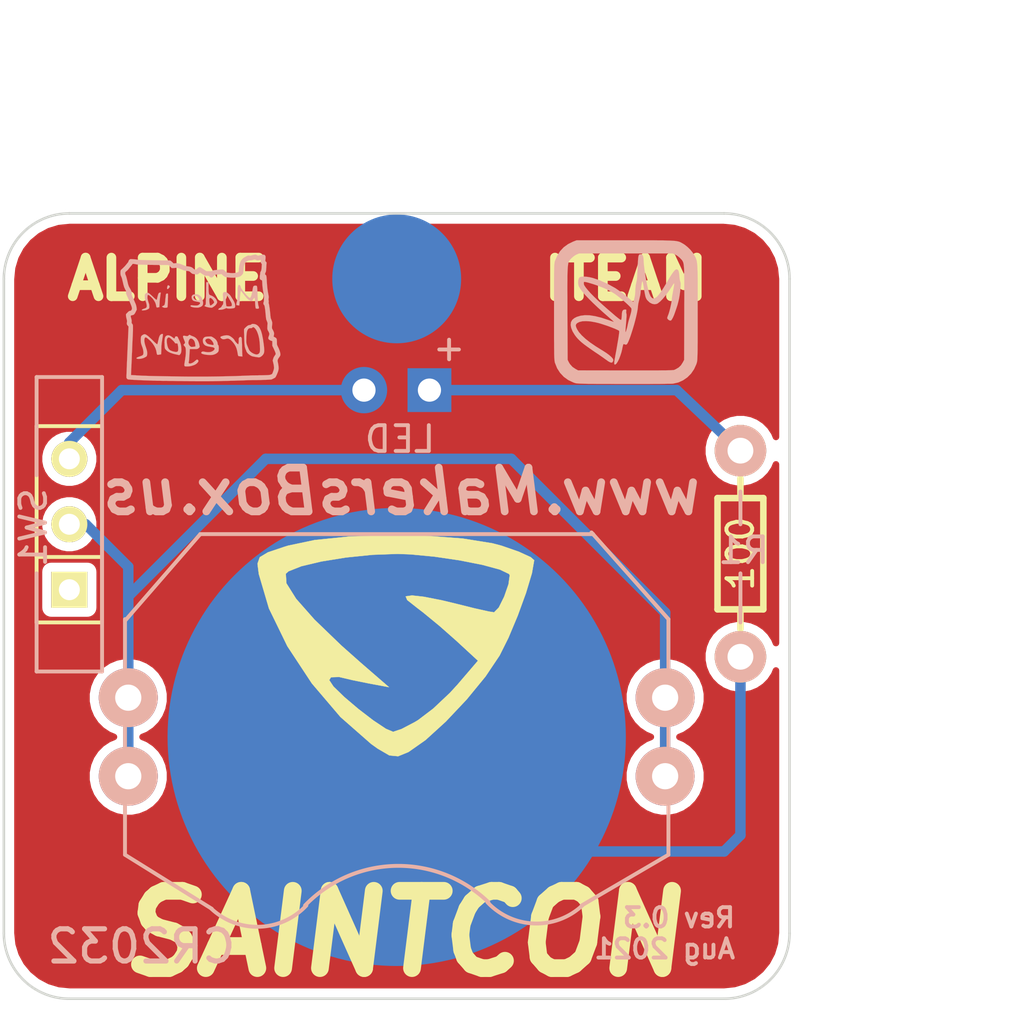
<source format=kicad_pcb>
(kicad_pcb (version 20171130) (host pcbnew "(5.1.10)-1")

  (general
    (thickness 1.6)
    (drawings 23)
    (tracks 22)
    (zones 0)
    (modules 8)
    (nets 6)
  )

  (page USLetter)
  (layers
    (0 F.Cu signal)
    (31 B.Cu signal)
    (34 B.Paste user)
    (35 F.Paste user)
    (36 B.SilkS user)
    (37 F.SilkS user)
    (38 B.Mask user)
    (39 F.Mask user)
    (40 Dwgs.User user)
    (44 Edge.Cuts user)
    (47 F.CrtYd user)
  )

  (setup
    (last_trace_width 0.1524)
    (user_trace_width 0.254)
    (user_trace_width 0.3048)
    (user_trace_width 0.4064)
    (user_trace_width 0.6096)
    (user_trace_width 2.032)
    (trace_clearance 0.1524)
    (zone_clearance 0.35)
    (zone_45_only no)
    (trace_min 0.1524)
    (via_size 0.6858)
    (via_drill 0.3302)
    (via_min_size 0.6858)
    (via_min_drill 0.3302)
    (user_via 1 0.5)
    (uvia_size 0.762)
    (uvia_drill 0.508)
    (uvias_allowed no)
    (uvia_min_size 0.508)
    (uvia_min_drill 0.127)
    (edge_width 0.1)
    (segment_width 0.254)
    (pcb_text_width 0.3)
    (pcb_text_size 1.5 1.5)
    (mod_edge_width 0.15)
    (mod_text_size 1 1)
    (mod_text_width 0.15)
    (pad_size 5 5)
    (pad_drill 2)
    (pad_to_mask_clearance 0)
    (aux_axis_origin 0 0)
    (grid_origin 210.82 95.25)
    (visible_elements 7FFFFFFF)
    (pcbplotparams
      (layerselection 0x010f0_ffffffff)
      (usegerberextensions true)
      (usegerberattributes true)
      (usegerberadvancedattributes true)
      (creategerberjobfile true)
      (excludeedgelayer true)
      (linewidth 0.100000)
      (plotframeref false)
      (viasonmask false)
      (mode 1)
      (useauxorigin false)
      (hpglpennumber 1)
      (hpglpenspeed 20)
      (hpglpendiameter 15.000000)
      (psnegative false)
      (psa4output false)
      (plotreference true)
      (plotvalue true)
      (plotinvisibletext false)
      (padsonsilk false)
      (subtractmaskfromsilk false)
      (outputformat 1)
      (mirror false)
      (drillshape 0)
      (scaleselection 1)
      (outputdirectory "gerbers/"))
  )

  (net 0 "")
  (net 1 "Net-(BT1-Pad1)")
  (net 2 "Net-(D1-Pad1)")
  (net 3 "Net-(D1-Pad2)")
  (net 4 "Net-(BT1-Pad2)")
  (net 5 "Net-(SW1-Pad1)")

  (net_class Default "This is the default net class."
    (clearance 0.1524)
    (trace_width 0.1524)
    (via_dia 0.6858)
    (via_drill 0.3302)
    (uvia_dia 0.762)
    (uvia_drill 0.508)
    (add_net "Net-(BT1-Pad1)")
    (add_net "Net-(BT1-Pad2)")
    (add_net "Net-(D1-Pad1)")
    (add_net "Net-(D1-Pad2)")
    (add_net "Net-(SW1-Pad1)")
  )

  (module footprints:LED_D5.0mm (layer F.Cu) (tedit 612A9764) (tstamp 5A813C26)
    (at 176.53 79.248 180)
    (descr "LED, diameter 5.0mm, 2 pins, http://cdn-reichelt.de/documents/datenblatt/A500/LL-504BC2E-009.pdf")
    (tags "LED diameter 5.0mm 2 pins")
    (path /593766DF)
    (fp_text reference D1 (at 5.08 2.54) (layer F.SilkS) hide
      (effects (font (size 1 1) (thickness 0.15)))
    )
    (fp_text value LED (at 1.143 -1.905) (layer B.SilkS)
      (effects (font (size 1 1) (thickness 0.15)) (justify mirror))
    )
    (fp_line (start 4.5 -3.25) (end -1.95 -3.25) (layer F.CrtYd) (width 0.05))
    (fp_line (start 4.5 3.25) (end 4.5 -3.25) (layer F.CrtYd) (width 0.05))
    (fp_line (start -1.95 3.25) (end 4.5 3.25) (layer F.CrtYd) (width 0.05))
    (fp_line (start -1.95 -3.25) (end -1.95 3.25) (layer F.CrtYd) (width 0.05))
    (fp_line (start -1.23 -1.469694) (end -1.23 1.469694) (layer F.Fab) (width 0.1))
    (fp_arc (start 1.27 0) (end -1.23 -1.469694) (angle 299.1) (layer F.Fab) (width 0.1))
    (fp_text user %R (at 1.25 0) (layer F.Fab)
      (effects (font (size 0.8 0.8) (thickness 0.2)))
    )
    (fp_text user + (at -0.762 1.651) (layer B.SilkS)
      (effects (font (size 1 1) (thickness 0.15)))
    )
    (pad 1 thru_hole rect (at 0 0 180) (size 1.7 1.7) (drill 0.9) (layers B.Cu B.Mask)
      (net 2 "Net-(D1-Pad1)"))
    (pad 2 thru_hole circle (at 2.54 0 180) (size 1.8 1.8) (drill 0.9) (layers B.Cu B.Mask)
      (net 3 "Net-(D1-Pad2)"))
    (model ${KISYS3DMOD}/LEDs.3dshapes/LED_D5.0mm.wrl
      (at (xyz 0 0 0))
      (scale (xyz 0.393701 0.393701 0.393701))
      (rotate (xyz 0 0 0))
    )
  )

  (module Pin_Headers:Pin_Header_Straight_1x01_Pitch2.54mm (layer F.Cu) (tedit 612A96F1) (tstamp 5A812002)
    (at 175.26 74.93)
    (descr "Through hole straight pin header, 1x01, 2.54mm pitch, single row")
    (tags "Through hole pin header THT 1x01 2.54mm single row")
    (fp_text reference REF** (at 0 -2.33) (layer F.SilkS) hide
      (effects (font (size 1 1) (thickness 0.15)))
    )
    (fp_text value Pin_Header_Straight_1x01_Pitch2.54mm (at 0 1) (layer F.Fab) hide
      (effects (font (size 0.127 0.127) (thickness 0.03175)))
    )
    (fp_line (start 1.8 -1.8) (end -1.8 -1.8) (layer F.CrtYd) (width 0.05))
    (fp_line (start 1.8 1.8) (end 1.8 -1.8) (layer F.CrtYd) (width 0.05))
    (fp_line (start -1.8 1.8) (end 1.8 1.8) (layer F.CrtYd) (width 0.05))
    (fp_line (start -1.8 -1.8) (end -1.8 1.8) (layer F.CrtYd) (width 0.05))
    (fp_line (start -1.27 -0.635) (end -0.635 -1.27) (layer F.Fab) (width 0.1))
    (fp_line (start -1.27 1.27) (end -1.27 -0.635) (layer F.Fab) (width 0.1))
    (fp_line (start 1.27 1.27) (end -1.27 1.27) (layer F.Fab) (width 0.1))
    (fp_line (start 1.27 -1.27) (end 1.27 1.27) (layer F.Fab) (width 0.1))
    (fp_line (start -0.635 -1.27) (end 1.27 -1.27) (layer F.Fab) (width 0.1))
    (pad 1 smd circle (at 0 0) (size 5 5) (layers B.Cu B.Paste B.Mask))
  )

  (module footprints:Saintcon2 (layer F.Cu) (tedit 0) (tstamp 612AEA04)
    (at 175.514 86.106)
    (fp_text reference G*** (at 0 0) (layer F.SilkS) hide
      (effects (font (size 1.524 1.524) (thickness 0.3)))
    )
    (fp_text value LOGO (at 0.75 0) (layer F.SilkS) hide
      (effects (font (size 1.524 1.524) (thickness 0.3)))
    )
    (fp_poly (pts (xy -0.331304 -12.221145) (xy 1.071081 -12.106498) (xy 2.229231 -11.742889) (xy 3.297421 -11.071937)
      (xy 3.775697 -10.667003) (xy 4.704788 -9.644309) (xy 5.305352 -8.506961) (xy 5.629305 -7.140819)
      (xy 5.697302 -6.442271) (xy 5.803032 -4.822803) (xy 7.790275 -3.912456) (xy 9.777518 -3.00211)
      (xy 9.647227 -1.224968) (xy 9.536048 -0.188263) (xy 9.367274 0.852906) (xy 9.176482 1.680841)
      (xy 9.167303 1.711739) (xy 8.817669 2.871305) (xy 7.280139 2.871305) (xy 6.52037 2.860434)
      (xy 5.970821 2.831841) (xy 5.743556 2.791549) (xy 5.742609 2.788639) (xy 5.811509 2.550627)
      (xy 5.986127 2.041869) (xy 6.094848 1.739508) (xy 6.303274 0.952115) (xy 6.451115 -0.004838)
      (xy 6.49133 -0.552174) (xy 6.533655 -1.296734) (xy 6.624818 -1.707595) (xy 6.805986 -1.892733)
      (xy 7.023556 -1.9481) (xy 7.484503 -1.852875) (xy 7.690625 -1.468753) (xy 7.594366 -0.896933)
      (xy 7.556813 -0.813361) (xy 7.347897 -0.234771) (xy 7.206835 0.360754) (xy 7.069047 1.07626)
      (xy 6.940087 1.646835) (xy 6.873412 2.044048) (xy 7.023618 2.188162) (xy 7.498071 2.17323)
      (xy 7.536803 2.169559) (xy 8.006661 2.083672) (xy 8.275232 1.858784) (xy 8.459337 1.369269)
      (xy 8.527367 1.104348) (xy 8.688937 0.289051) (xy 8.82756 -0.679437) (xy 8.878078 -1.174463)
      (xy 8.984031 -2.45936) (xy 7.690046 -3.112562) (xy 6.811879 -3.495901) (xy 5.709894 -3.890707)
      (xy 4.510685 -4.26068) (xy 3.340846 -4.569516) (xy 2.326972 -4.780913) (xy 1.601304 -4.858573)
      (xy 1.106475 -4.814233) (xy 0.913279 -4.596122) (xy 0.883478 -4.20073) (xy 0.902054 -3.853701)
      (xy 1.015199 -3.626034) (xy 1.30904 -3.472111) (xy 1.869703 -3.346318) (xy 2.76087 -3.206393)
      (xy 3.853727 -2.997985) (xy 4.786091 -2.735469) (xy 5.480757 -2.44823) (xy 5.860519 -2.165653)
      (xy 5.904923 -2.009732) (xy 5.681146 -1.746512) (xy 5.508622 -1.739239) (xy 5.146181 -1.83459)
      (xy 4.494175 -2.007057) (xy 3.689962 -2.220302) (xy 3.644348 -2.232411) (xy 2.712717 -2.444424)
      (xy 1.801874 -2.594031) (xy 1.159565 -2.646649) (xy 0.22087 -2.650435) (xy 0.22087 -5.774394)
      (xy 1.435652 -5.622617) (xy 2.128012 -5.545612) (xy 2.489661 -5.563389) (xy 2.628 -5.714223)
      (xy 2.650429 -6.036393) (xy 2.650435 -6.055558) (xy 2.45104 -7.129733) (xy 1.904847 -8.036619)
      (xy 1.089848 -8.696585) (xy 0.084031 -9.030002) (xy -0.287055 -9.054826) (xy -1.425041 -8.871671)
      (xy -2.310438 -8.330403) (xy -2.925534 -7.447029) (xy -3.229808 -6.395332) (xy -3.377636 -5.470869)
      (xy -2.020122 -5.628425) (xy -0.662609 -5.785982) (xy -0.662609 -4.352273) (xy -0.691599 -3.493495)
      (xy -0.829224 -2.984757) (xy -1.151467 -2.735571) (xy -1.734312 -2.655447) (xy -2.091617 -2.650435)
      (xy -2.758032 -2.57827) (xy -3.653314 -2.386882) (xy -4.654691 -2.113933) (xy -5.639395 -1.797082)
      (xy -6.484652 -1.473989) (xy -7.067694 -1.182317) (xy -7.199142 -1.083676) (xy -7.687048 -0.792442)
      (xy -8.027403 -0.79043) (xy -8.310254 -1.069822) (xy -8.383255 -1.475958) (xy -8.228905 -1.800471)
      (xy -8.116956 -1.856475) (xy -7.789535 -1.957409) (xy -7.160729 -2.159551) (xy -6.348383 -2.424897)
      (xy -6.073913 -2.515301) (xy -5.038252 -2.821698) (xy -3.958612 -3.084712) (xy -3.053268 -3.251708)
      (xy -2.981739 -3.260975) (xy -2.248058 -3.362992) (xy -1.844791 -3.485452) (xy -1.663248 -3.696973)
      (xy -1.59474 -4.066174) (xy -1.58731 -4.141304) (xy -1.578821 -4.633511) (xy -1.755436 -4.826916)
      (xy -2.139484 -4.857583) (xy -2.906615 -4.778782) (xy -3.952199 -4.568851) (xy -5.145522 -4.263132)
      (xy -6.355867 -3.896967) (xy -7.452517 -3.505697) (xy -8.006522 -3.271304) (xy -9.497391 -2.58504)
      (xy -9.476188 -1.347737) (xy -9.412712 -0.389145) (xy -9.276589 0.609478) (xy -9.199758 0.993913)
      (xy -9.024132 1.650162) (xy -8.826748 1.989462) (xy -8.509662 2.129979) (xy -8.227048 2.167472)
      (xy -7.783085 2.179175) (xy -7.566379 2.045327) (xy -7.542281 1.677199) (xy -7.676145 0.986062)
      (xy -7.709392 0.841795) (xy -7.799708 0.271826) (xy -7.707037 -0.01519) (xy -7.562075 -0.1021)
      (xy -7.354834 -0.18156) (xy -7.226611 -0.155827) (xy -7.120307 0.065301) (xy -6.978824 0.572025)
      (xy -6.868288 0.993913) (xy -6.677619 1.709892) (xy -6.519098 2.293268) (xy -6.465357 2.484783)
      (xy -6.454672 2.686903) (xy -6.625001 2.803625) (xy -7.06122 2.857546) (xy -7.848202 2.871266)
      (xy -7.917031 2.871305) (xy -9.480365 2.871305) (xy -9.726012 1.959041) (xy -9.984766 0.840214)
      (xy -10.198872 -0.376574) (xy -10.339447 -1.506082) (xy -10.37959 -2.233176) (xy -10.363089 -2.623298)
      (xy -10.259625 -2.90595) (xy -9.990504 -3.152847) (xy -9.477036 -3.435703) (xy -8.640528 -3.826231)
      (xy -8.622483 -3.834481) (xy -7.804847 -4.196894) (xy -7.131532 -4.474408) (xy -6.709099 -4.623936)
      (xy -6.634656 -4.638261) (xy -6.506061 -4.841501) (xy -6.424501 -5.382569) (xy -6.415614 -5.632158)
      (xy -5.710641 -5.632158) (xy -5.694298 -5.252145) (xy -5.565773 -5.10389) (xy -5.381536 -5.083382)
      (xy -4.900561 -5.168568) (xy -4.72701 -5.249034) (xy -4.546292 -5.552094) (xy -4.380918 -6.120191)
      (xy -4.334637 -6.370268) (xy -3.935687 -7.780475) (xy -3.232291 -8.884588) (xy -2.355315 -9.598297)
      (xy -1.151533 -10.077194) (xy 0.056069 -10.156059) (xy 1.198031 -9.870481) (xy 2.204888 -9.256047)
      (xy 3.007181 -8.348344) (xy 3.535445 -7.182958) (xy 3.675975 -6.508319) (xy 3.832176 -5.716427)
      (xy 4.077473 -5.276767) (xy 4.47724 -5.100467) (xy 4.724155 -5.083382) (xy 4.954634 -5.126346)
      (xy 5.061855 -5.32788) (xy 5.069645 -5.789652) (xy 5.024743 -6.365989) (xy 4.696605 -7.889959)
      (xy 4.037688 -9.207963) (xy 3.098149 -10.270478) (xy 1.928145 -11.027977) (xy 0.577832 -11.430937)
      (xy -0.158558 -11.483985) (xy -1.521198 -11.365037) (xy -2.650434 -10.975077) (xy -3.698196 -10.259085)
      (xy -3.811667 -10.160994) (xy -4.627365 -9.290525) (xy -5.17861 -8.30036) (xy -5.524267 -7.067362)
      (xy -5.635326 -6.346038) (xy -5.710641 -5.632158) (xy -6.415614 -5.632158) (xy -6.405217 -5.924133)
      (xy -6.206166 -7.624675) (xy -5.624197 -9.134488) (xy -4.68209 -10.415158) (xy -3.402625 -11.428271)
      (xy -3.012186 -11.645864) (xy -2.233019 -11.99135) (xy -1.481756 -12.167967) (xy -0.546364 -12.221214)
      (xy -0.331304 -12.221145)) (layer F.Mask) (width 0.01))
    (fp_poly (pts (xy 0.890757 -1.20481) (xy 2.29625 -1.09943) (xy 3.456347 -0.913703) (xy 3.81 -0.820397)
      (xy 4.481577 -0.587047) (xy 4.94191 -0.376246) (xy 5.08 -0.254788) (xy 4.992327 0.249327)
      (xy 4.763011 1.011837) (xy 4.442607 1.893404) (xy 4.081669 2.754686) (xy 3.738448 3.442836)
      (xy 3.192257 4.25672) (xy 2.46087 5.149224) (xy 1.649691 6.0089) (xy 0.864119 6.724299)
      (xy 0.209557 7.183974) (xy 0.191177 7.193616) (xy -0.200304 7.353292) (xy -0.539723 7.320115)
      (xy -0.990321 7.057908) (xy -1.246096 6.87508) (xy -2.436939 5.828727) (xy -3.54617 4.525548)
      (xy -4.496361 3.082707) (xy -5.210086 1.617371) (xy -5.6041 0.280401) (xy -5.605648 0.267986)
      (xy -4.556945 0.267986) (xy -4.532538 0.641129) (xy -4.156051 1.240927) (xy -3.442952 2.049)
      (xy -2.408707 3.046966) (xy -1.65507 3.716579) (xy -0.552174 4.672288) (xy -1.325217 4.52835)
      (xy -1.964862 4.399044) (xy -2.463874 4.281373) (xy -2.484783 4.275583) (xy -2.805178 4.287386)
      (xy -2.871304 4.397372) (xy -2.707814 4.643992) (xy -2.292834 5.048092) (xy -1.739603 5.517941)
      (xy -1.16136 5.961803) (xy -0.671342 6.287947) (xy -0.392758 6.405218) (xy -0.069701 6.297139)
      (xy 0.442066 6.029255) (xy 0.577517 5.947815) (xy 1.163693 5.502139) (xy 1.814806 4.887921)
      (xy 2.107593 4.567495) (xy 2.897577 3.644577) (xy 2.05618 2.868043) (xy 1.411947 2.299052)
      (xy 0.770635 1.771677) (xy 0.552174 1.604925) (xy 0.152891 1.289075) (xy 0.094211 1.147121)
      (xy 0.340117 1.111345) (xy 0.795349 1.161878) (xy 1.497474 1.299591) (xy 2.062633 1.435652)
      (xy 2.774904 1.613454) (xy 3.313364 1.733705) (xy 3.523083 1.766957) (xy 3.70456 1.583498)
      (xy 3.915578 1.158212) (xy 4.082257 0.678733) (xy 4.130714 0.332695) (xy 4.108527 0.280121)
      (xy 3.748147 0.107219) (xy 3.066662 -0.077062) (xy 2.183476 -0.251162) (xy 1.217992 -0.393522)
      (xy 0.289614 -0.482581) (xy -0.220869 -0.501609) (xy -1.2018 -0.465824) (xy -2.222386 -0.361338)
      (xy -3.175393 -0.207183) (xy -3.953585 -0.022392) (xy -4.449729 0.174001) (xy -4.556945 0.267986)
      (xy -5.605648 0.267986) (xy -5.654185 -0.121113) (xy -5.566443 -0.372887) (xy -5.251065 -0.561949)
      (xy -4.618245 -0.775326) (xy -4.466224 -0.822253) (xy -3.438623 -1.038565) (xy -2.112628 -1.174408)
      (xy -0.624185 -1.229813) (xy 0.890757 -1.20481)) (layer F.SilkS) (width 0.01))
    (fp_poly (pts (xy 7.555671 3.990573) (xy 8.130286 4.029976) (xy 8.388376 4.085822) (xy 8.393044 4.094886)
      (xy 8.301035 4.345767) (xy 8.067777 4.845772) (xy 7.921247 5.138917) (xy 6.925642 6.75145)
      (xy 5.633017 8.337144) (xy 4.154567 9.78152) (xy 2.601486 10.970097) (xy 1.782416 11.459157)
      (xy 1.105836 11.809704) (xy 0.591088 12.057719) (xy 0.355605 12.147826) (xy 0.266504 11.953436)
      (xy 0.222017 11.475519) (xy 0.22087 11.374783) (xy 0.300918 10.787343) (xy 0.533768 10.601739)
      (xy 0.86571 10.739786) (xy 0.924008 10.833762) (xy 1.130159 10.837806) (xy 1.601953 10.633016)
      (xy 2.242271 10.262628) (xy 2.322848 10.211031) (xy 3.305287 9.469831) (xy 4.368706 8.495915)
      (xy 5.395511 7.412093) (xy 6.268106 6.341177) (xy 6.798334 5.537053) (xy 7.301886 4.638261)
      (xy 6.46703 4.638656) (xy 5.938196 4.682282) (xy 5.565995 4.879016) (xy 5.20131 5.328575)
      (xy 5.021941 5.605002) (xy 4.522631 6.275456) (xy 3.84321 7.039436) (xy 3.254985 7.615627)
      (xy 2.534089 8.266433) (xy 1.822262 8.908635) (xy 1.349842 9.334506) (xy 0.821898 9.749578)
      (xy 0.457286 9.860737) (xy 0.245494 9.784197) (xy -0.079736 9.420096) (xy 0.024415 9.030358)
      (xy 0.54865 8.641243) (xy 0.671731 8.5804) (xy 1.527579 8.053541) (xy 2.488862 7.267982)
      (xy 3.429397 6.341174) (xy 4.223002 5.390567) (xy 4.448542 5.064969) (xy 5.154395 3.975652)
      (xy 6.773719 3.975652) (xy 7.555671 3.990573)) (layer F.Mask) (width 0.01))
    (fp_poly (pts (xy -4.818055 5.395623) (xy -3.998794 6.372225) (xy -2.983805 7.361866) (xy -2.225429 7.985121)
      (xy -0.662609 9.154649) (xy -0.662609 10.651238) (xy -0.692228 11.525324) (xy -0.78698 12.008332)
      (xy -0.943721 12.147826) (xy -1.261415 12.042927) (xy -1.839385 11.766171) (xy -2.56002 11.374464)
      (xy -2.65546 11.319565) (xy -3.990754 10.400497) (xy -5.351261 9.209811) (xy -6.620398 7.867471)
      (xy -7.681582 6.493443) (xy -8.240718 5.572312) (xy -8.628709 4.833962) (xy -7.730435 4.833962)
      (xy -7.597794 5.176279) (xy -7.2466 5.756408) (xy -6.746947 6.477771) (xy -6.168929 7.243788)
      (xy -5.582639 7.957883) (xy -5.058172 8.523477) (xy -5.039565 8.541554) (xy -4.299391 9.192062)
      (xy -3.418554 9.876699) (xy -2.871304 10.258497) (xy -1.656522 11.053886) (xy -1.585723 10.237921)
      (xy -1.622857 9.544872) (xy -1.841437 9.23923) (xy -2.709256 8.644442) (xy -3.679349 7.808501)
      (xy -4.613076 6.860512) (xy -5.323645 5.99649) (xy -5.862301 5.292899) (xy -6.264536 4.885946)
      (xy -6.628127 4.697722) (xy -7.012609 4.650765) (xy -7.501055 4.694871) (xy -7.728353 4.819077)
      (xy -7.730435 4.833962) (xy -8.628709 4.833962) (xy -9.079739 3.975652) (xy -5.84786 3.975652)
      (xy -4.818055 5.395623)) (layer F.Mask) (width 0.01))
  )

  (module footprints:BATT_CR2032 (layer B.Cu) (tedit 0) (tstamp 5A813C13)
    (at 175.26 92.71 180)
    (tags battery)
    (path /56CFA61E)
    (fp_text reference BT1 (at 0 -5.08 180) (layer B.SilkS) hide
      (effects (font (size 1.72974 1.08712) (thickness 0.27178)) (justify mirror))
    )
    (fp_text value Battery (at 0 2.54 180) (layer B.SilkS) hide
      (effects (font (size 1.524 1.016) (thickness 0.254)) (justify mirror))
    )
    (fp_circle (center 0 0) (end -10.16 0) (layer Dwgs.User) (width 0.15))
    (fp_line (start 10.541 -4.572) (end 10.541 4.572) (layer B.SilkS) (width 0.15))
    (fp_line (start -10.541 -4.572) (end -10.541 4.572) (layer B.SilkS) (width 0.15))
    (fp_line (start -7.62 7.874) (end 7.62 7.874) (layer B.SilkS) (width 0.15))
    (fp_line (start -10.541 4.572) (end -7.5565 7.9375) (layer B.SilkS) (width 0.15))
    (fp_line (start 7.62 7.874) (end 10.541 4.5085) (layer B.SilkS) (width 0.15))
    (fp_line (start 7.1755 -6.6675) (end 10.541 -4.572) (layer B.SilkS) (width 0.15))
    (fp_line (start -7.1755 -6.5405) (end -10.541 -4.572) (layer B.SilkS) (width 0.15))
    (fp_arc (start -5.4229 -4.6355) (end -3.5179 -6.4135) (angle -90) (layer B.SilkS) (width 0.15))
    (fp_arc (start 5.4102 -4.7625) (end 7.1882 -6.6675) (angle -90) (layer B.SilkS) (width 0.15))
    (fp_arc (start -0.0635 -10.033) (end -3.556 -6.4135) (angle -90) (layer B.SilkS) (width 0.15))
    (pad 1 thru_hole circle (at -10.414 -1.524 180) (size 2.286 2.286) (drill 1.016) (layers *.Cu *.Mask B.SilkS)
      (net 1 "Net-(BT1-Pad1)"))
    (pad 1 thru_hole circle (at 10.414 -1.524 180) (size 2.286 2.286) (drill 1.016) (layers *.Cu *.Mask B.SilkS)
      (net 1 "Net-(BT1-Pad1)"))
    (pad 1 thru_hole circle (at -10.414 1.524 180) (size 2.286 2.286) (drill 1.016) (layers *.Cu *.Mask B.SilkS)
      (net 1 "Net-(BT1-Pad1)"))
    (pad 1 thru_hole circle (at 10.414 1.524 180) (size 2.286 2.286) (drill 1.016) (layers *.Cu *.Mask B.SilkS)
      (net 1 "Net-(BT1-Pad1)"))
    (pad 2 smd circle (at 0 0 180) (size 17.78 17.78) (layers B.Cu B.Paste B.Mask)
      (net 4 "Net-(BT1-Pad2)"))
  )

  (module footprints:Resistor_Horz (layer F.Cu) (tedit 5AA1ED04) (tstamp 612AE7F6)
    (at 188.595 85.598 270)
    (descr "Resistor, Axial,  RM 10mm, 1/3W,")
    (tags "Resistor, Axial, RM 10mm, 1/3W,")
    (path /59376ABD)
    (fp_text reference R1 (at -0.127 -0.127) (layer B.SilkS)
      (effects (font (size 1 1) (thickness 0.15)) (justify mirror))
    )
    (fp_text value 100 (at 0 0 270) (layer F.SilkS)
      (effects (font (size 1 1) (thickness 0.15)))
    )
    (fp_line (start -2.159 0.889) (end -2.159 -0.889) (layer F.SilkS) (width 0.254))
    (fp_line (start 2.159 0) (end 2.921 0) (layer F.SilkS) (width 0.254))
    (fp_line (start -2.159 0) (end -2.921 0) (layer F.SilkS) (width 0.254))
    (fp_line (start -2.159 0.889) (end 2.159 0.889) (layer F.SilkS) (width 0.254))
    (fp_line (start 2.159 -0.889) (end -2.159 -0.889) (layer F.SilkS) (width 0.254))
    (fp_line (start 2.159 0.889) (end 2.159 -0.889) (layer F.SilkS) (width 0.254))
    (pad 1 thru_hole circle (at -4 0 270) (size 1.99898 1.99898) (drill 1.00076) (layers *.Cu *.SilkS *.Mask)
      (net 2 "Net-(D1-Pad1)"))
    (pad 2 thru_hole circle (at 4 0 270) (size 1.99898 1.99898) (drill 1.00076) (layers *.Cu *.SilkS *.Mask)
      (net 4 "Net-(BT1-Pad2)"))
  )

  (module myFootPrints:MadeInOregonRev25 (layer F.Cu) (tedit 0) (tstamp 5A8109E1)
    (at 167.64 76.454)
    (fp_text reference VAL (at 0 0) (layer F.SilkS) hide
      (effects (font (size 1.143 1.143) (thickness 0.1778)))
    )
    (fp_text value MadeInOregonRev25 (at 0 0) (layer F.SilkS) hide
      (effects (font (size 1.143 1.143) (thickness 0.1778)))
    )
    (fp_poly (pts (xy -1.29032 -1.15062) (xy -1.28778 -1.143) (xy -1.27762 -1.1303) (xy -1.26238 -1.12776)
      (xy -1.24206 -1.14046) (xy -1.2192 -1.16332) (xy -1.1938 -1.1938) (xy -1.18364 -1.2192)
      (xy -1.18618 -1.23952) (xy -1.20142 -1.25476) (xy -1.22428 -1.26746) (xy -1.23952 -1.27508)
      (xy -1.24968 -1.27762) (xy -1.25222 -1.27762) (xy -1.25984 -1.27) (xy -1.27 -1.25222)
      (xy -1.27762 -1.22936) (xy -1.28524 -1.20142) (xy -1.29032 -1.17348) (xy -1.29032 -1.15062)) (layer B.SilkS) (width 0.00254))
    (fp_poly (pts (xy -0.381 -0.4699) (xy -0.37338 -0.45466) (xy -0.35052 -0.44196) (xy -0.31496 -0.42926)
      (xy -0.28956 -0.42164) (xy -0.25908 -0.41656) (xy -0.22098 -0.41148) (xy -0.1778 -0.40894)
      (xy -0.13716 -0.4064) (xy -0.1016 -0.4064) (xy -0.07874 -0.40894) (xy -0.02794 -0.42164)
      (xy 0.02032 -0.43942) (xy 0.05842 -0.46482) (xy 0.08636 -0.49276) (xy 0.09398 -0.50292)
      (xy 0.1016 -0.52832) (xy 0.10668 -0.56134) (xy 0.10922 -0.60198) (xy 0.10414 -0.64008)
      (xy 0.09652 -0.67564) (xy 0.09144 -0.69088) (xy 0.08128 -0.71374) (xy 0.0762 -0.73406)
      (xy 0.07366 -0.7366) (xy 0.06858 -0.76708) (xy 0.0508 -0.80264) (xy 0.02286 -0.83566)
      (xy -0.01016 -0.86868) (xy -0.04826 -0.89662) (xy -0.0889 -0.91694) (xy -0.09398 -0.91948)
      (xy -0.11176 -0.92202) (xy -0.14224 -0.92456) (xy -0.17526 -0.92456) (xy -0.21336 -0.92202)
      (xy -0.24638 -0.91694) (xy -0.27178 -0.91186) (xy -0.27686 -0.91186) (xy -0.29464 -0.89916)
      (xy -0.31242 -0.88138) (xy -0.3175 -0.87376) (xy -0.3302 -0.85598) (xy -0.33528 -0.84074)
      (xy -0.33528 -0.82042) (xy -0.33528 -0.79502) (xy -0.32512 -0.74676) (xy -0.3048 -0.70866)
      (xy -0.27178 -0.67818) (xy -0.2667 -0.67564) (xy -0.2667 -0.81788) (xy -0.26162 -0.83058)
      (xy -0.24638 -0.84582) (xy -0.21844 -0.8636) (xy -0.18288 -0.86614) (xy -0.14732 -0.85852)
      (xy -0.1143 -0.84074) (xy -0.09144 -0.81788) (xy -0.07366 -0.79502) (xy -0.05588 -0.76708)
      (xy -0.04318 -0.73914) (xy -0.03556 -0.71628) (xy -0.03302 -0.70104) (xy -0.03302 -0.6985)
      (xy -0.04318 -0.69088) (xy -0.06858 -0.68834) (xy -0.10414 -0.69088) (xy -0.14478 -0.6985)
      (xy -0.17526 -0.70612) (xy -0.19558 -0.71628) (xy -0.2159 -0.72898) (xy -0.2286 -0.74422)
      (xy -0.24638 -0.76454) (xy -0.26162 -0.7874) (xy -0.26416 -0.8001) (xy -0.2667 -0.81788)
      (xy -0.2667 -0.67564) (xy -0.26162 -0.6731) (xy -0.2413 -0.66548) (xy -0.21082 -0.65532)
      (xy -0.17526 -0.6477) (xy -0.13462 -0.64008) (xy -0.13462 -0.63754) (xy -0.09652 -0.63246)
      (xy -0.0635 -0.62484) (xy -0.0381 -0.61722) (xy -0.0254 -0.61214) (xy -0.02286 -0.61214)
      (xy -0.01016 -0.5969) (xy -0.00762 -0.57658) (xy -0.01778 -0.55372) (xy -0.04064 -0.53086)
      (xy -0.07112 -0.508) (xy -0.07874 -0.50546) (xy -0.09652 -0.49784) (xy -0.11684 -0.49276)
      (xy -0.14224 -0.49022) (xy -0.1778 -0.49022) (xy -0.18034 -0.49022) (xy -0.21844 -0.49022)
      (xy -0.26162 -0.49276) (xy -0.29718 -0.4953) (xy -0.3048 -0.49784) (xy -0.34036 -0.49784)
      (xy -0.36322 -0.4953) (xy -0.37592 -0.48768) (xy -0.381 -0.47244) (xy -0.381 -0.4699)) (layer B.SilkS) (width 0.00254))
    (fp_poly (pts (xy 0.15748 -0.47244) (xy 0.19812 -0.45212) (xy 0.2286 -0.43942) (xy 0.2667 -0.42926)
      (xy 0.30988 -0.4191) (xy 0.35052 -0.41148) (xy 0.35052 -0.71374) (xy 0.35306 -0.74422)
      (xy 0.35306 -0.7493) (xy 0.36322 -0.77216) (xy 0.37846 -0.78232) (xy 0.40132 -0.78232)
      (xy 0.42418 -0.77216) (xy 0.45212 -0.7493) (xy 0.48006 -0.72136) (xy 0.508 -0.68326)
      (xy 0.51816 -0.66294) (xy 0.5334 -0.635) (xy 0.53594 -0.61214) (xy 0.53086 -0.59436)
      (xy 0.5207 -0.58166) (xy 0.50546 -0.56642) (xy 0.48514 -0.54864) (xy 0.45974 -0.52832)
      (xy 0.43688 -0.51054) (xy 0.41402 -0.49784) (xy 0.39878 -0.48768) (xy 0.3937 -0.48768)
      (xy 0.38608 -0.4953) (xy 0.37592 -0.51308) (xy 0.37084 -0.52832) (xy 0.36322 -0.55372)
      (xy 0.35814 -0.58928) (xy 0.35306 -0.63246) (xy 0.35052 -0.67564) (xy 0.35052 -0.71374)
      (xy 0.35052 -0.41148) (xy 0.35306 -0.41148) (xy 0.3937 -0.4064) (xy 0.42926 -0.40386)
      (xy 0.45466 -0.4064) (xy 0.46228 -0.40894) (xy 0.47498 -0.41656) (xy 0.4953 -0.42926)
      (xy 0.5207 -0.4445) (xy 0.53086 -0.45212) (xy 0.57658 -0.48768) (xy 0.61214 -0.52832)
      (xy 0.64008 -0.57404) (xy 0.64516 -0.58166) (xy 0.65278 -0.60452) (xy 0.65532 -0.6223)
      (xy 0.65278 -0.64516) (xy 0.65024 -0.65024) (xy 0.62992 -0.6985) (xy 0.59944 -0.74676)
      (xy 0.5588 -0.78994) (xy 0.51562 -0.82804) (xy 0.47498 -0.85344) (xy 0.42672 -0.8763)
      (xy 0.41402 -0.88138) (xy 0.38608 -0.89154) (xy 0.36322 -0.90424) (xy 0.35052 -0.9144)
      (xy 0.3429 -0.92964) (xy 0.33528 -0.9525) (xy 0.3302 -0.98806) (xy 0.32512 -1.03378)
      (xy 0.32258 -1.08966) (xy 0.32258 -1.16078) (xy 0.32004 -1.20904) (xy 0.32004 -1.2573)
      (xy 0.32004 -1.30048) (xy 0.32004 -1.33604) (xy 0.3175 -1.36398) (xy 0.3175 -1.37922)
      (xy 0.31242 -1.38938) (xy 0.30226 -1.39446) (xy 0.28448 -1.397) (xy 0.27178 -1.397)
      (xy 0.24892 -1.397) (xy 0.23368 -1.397) (xy 0.23114 -1.39446) (xy 0.23114 -1.38684)
      (xy 0.23114 -1.36652) (xy 0.2286 -1.3335) (xy 0.2286 -1.28778) (xy 0.2286 -1.23444)
      (xy 0.22606 -1.17348) (xy 0.22606 -1.1049) (xy 0.22606 -1.0287) (xy 0.22352 -0.9779)
      (xy 0.22352 -0.88392) (xy 0.22098 -0.79756) (xy 0.21844 -0.7239) (xy 0.2159 -0.6604)
      (xy 0.2159 -0.6096) (xy 0.21336 -0.5715) (xy 0.21082 -0.5461) (xy 0.20828 -0.53594)
      (xy 0.19812 -0.51308) (xy 0.18034 -0.49276) (xy 0.1778 -0.49022) (xy 0.15748 -0.47244)) (layer B.SilkS) (width 0.00254))
    (fp_poly (pts (xy -1.4859 -0.44704) (xy -1.47574 -0.43688) (xy -1.45542 -0.42418) (xy -1.43002 -0.41402)
      (xy -1.40462 -0.40386) (xy -1.38176 -0.40132) (xy -1.35382 -0.40132) (xy -1.3208 -0.40386)
      (xy -1.31318 -0.40386) (xy -1.29032 -0.41148) (xy -1.27508 -0.42164) (xy -1.27 -0.42418)
      (xy -1.27 -0.43434) (xy -1.26746 -0.45974) (xy -1.26492 -0.49276) (xy -1.26238 -0.53594)
      (xy -1.25984 -0.5842) (xy -1.2573 -0.63754) (xy -1.25476 -0.69342) (xy -1.25476 -0.75184)
      (xy -1.25222 -0.80518) (xy -1.25222 -0.85598) (xy -1.25222 -0.88138) (xy -1.25222 -0.9144)
      (xy -1.25222 -0.93472) (xy -1.25476 -0.94742) (xy -1.25984 -0.9525) (xy -1.26746 -0.95504)
      (xy -1.27 -0.95504) (xy -1.29794 -0.95504) (xy -1.3208 -0.94234) (xy -1.33096 -0.9271)
      (xy -1.3335 -0.9144) (xy -1.33858 -0.889) (xy -1.34112 -0.85344) (xy -1.3462 -0.81026)
      (xy -1.35128 -0.76454) (xy -1.35382 -0.75438) (xy -1.3589 -0.68834) (xy -1.36398 -0.63246)
      (xy -1.3716 -0.58928) (xy -1.37668 -0.55626) (xy -1.38176 -0.5334) (xy -1.39192 -0.51308)
      (xy -1.40208 -0.50038) (xy -1.41478 -0.49022) (xy -1.43002 -0.4826) (xy -1.4478 -0.47244)
      (xy -1.47066 -0.46228) (xy -1.48336 -0.45212) (xy -1.4859 -0.44704)) (layer B.SilkS) (width 0.00254))
    (fp_poly (pts (xy 1.39954 -0.5207) (xy 1.40208 -0.508) (xy 1.40208 -0.50546) (xy 1.41224 -0.50292)
      (xy 1.4351 -0.50038) (xy 1.4605 -0.4953) (xy 1.46304 -0.4953) (xy 1.51384 -0.49022)
      (xy 1.51892 -0.53848) (xy 1.52146 -0.5588) (xy 1.524 -0.59182) (xy 1.52654 -0.635)
      (xy 1.53162 -0.68326) (xy 1.53416 -0.73914) (xy 1.53924 -0.79502) (xy 1.54432 -0.86614)
      (xy 1.5494 -0.92456) (xy 1.55448 -0.97028) (xy 1.55956 -1.00584) (xy 1.5621 -1.03124)
      (xy 1.56718 -1.04648) (xy 1.57226 -1.0541) (xy 1.57734 -1.05664) (xy 1.57988 -1.05664)
      (xy 1.5875 -1.04902) (xy 1.6002 -1.03378) (xy 1.62052 -1.00838) (xy 1.64592 -0.97536)
      (xy 1.67386 -0.9398) (xy 1.67894 -0.93472) (xy 1.7272 -0.87122) (xy 1.77038 -0.81788)
      (xy 1.80594 -0.77724) (xy 1.83896 -0.74422) (xy 1.86436 -0.72136) (xy 1.88976 -0.70612)
      (xy 1.905 -0.6985) (xy 1.92786 -0.68834) (xy 1.94564 -0.68072) (xy 1.95072 -0.67564)
      (xy 1.96596 -0.66802) (xy 1.98628 -0.66548) (xy 2.0066 -0.6731) (xy 2.01422 -0.67818)
      (xy 2.02438 -0.69088) (xy 2.03708 -0.7112) (xy 2.05486 -0.7366) (xy 2.07518 -0.76708)
      (xy 2.09042 -0.78232) (xy 2.09804 -0.78486) (xy 2.10312 -0.78486) (xy 2.1082 -0.77978)
      (xy 2.11074 -0.77216) (xy 2.11328 -0.75946) (xy 2.11582 -0.73914) (xy 2.1209 -0.70866)
      (xy 2.12344 -0.66802) (xy 2.12598 -0.61722) (xy 2.12852 -0.56388) (xy 2.1336 -0.49784)
      (xy 2.13868 -0.44704) (xy 2.14376 -0.40894) (xy 2.14884 -0.38608) (xy 2.15392 -0.37592)
      (xy 2.16662 -0.37084) (xy 2.18948 -0.36576) (xy 2.21488 -0.36576) (xy 2.23774 -0.36576)
      (xy 2.25806 -0.37084) (xy 2.27076 -0.381) (xy 2.27584 -0.39624) (xy 2.2733 -0.42164)
      (xy 2.26568 -0.44958) (xy 2.25806 -0.47752) (xy 2.25044 -0.50546) (xy 2.24536 -0.53594)
      (xy 2.24028 -0.56896) (xy 2.23774 -0.6096) (xy 2.23266 -0.65532) (xy 2.23012 -0.70866)
      (xy 2.22758 -0.7747) (xy 2.2225 -0.8509) (xy 2.21996 -0.9398) (xy 2.21996 -0.98298)
      (xy 2.21488 -1.0541) (xy 2.21234 -1.10998) (xy 2.2098 -1.1557) (xy 2.20726 -1.18872)
      (xy 2.20218 -1.21666) (xy 2.19964 -1.23444) (xy 2.19202 -1.24714) (xy 2.1844 -1.25476)
      (xy 2.16916 -1.26238) (xy 2.14376 -1.26238) (xy 2.11836 -1.26238) (xy 2.09296 -1.2573)
      (xy 2.09042 -1.25476) (xy 2.07264 -1.24714) (xy 2.05994 -1.2319) (xy 2.04978 -1.20904)
      (xy 2.04216 -1.17348) (xy 2.03454 -1.13792) (xy 2.0193 -1.04394) (xy 2.00152 -0.96266)
      (xy 1.98628 -0.89662) (xy 1.9685 -0.84582) (xy 1.95072 -0.81026) (xy 1.9431 -0.79756)
      (xy 1.93294 -0.7874) (xy 1.92024 -0.7874) (xy 1.905 -0.79248) (xy 1.88722 -0.80264)
      (xy 1.85928 -0.8255) (xy 1.8288 -0.85852) (xy 1.79324 -0.89408) (xy 1.75514 -0.93726)
      (xy 1.71704 -0.98044) (xy 1.68148 -1.02616) (xy 1.64846 -1.07188) (xy 1.61798 -1.11252)
      (xy 1.59512 -1.14808) (xy 1.57734 -1.17602) (xy 1.57226 -1.1938) (xy 1.55956 -1.23698)
      (xy 1.54432 -1.27) (xy 1.524 -1.28778) (xy 1.50368 -1.29032) (xy 1.49606 -1.29032)
      (xy 1.48336 -1.28016) (xy 1.4732 -1.26492) (xy 1.46558 -1.23952) (xy 1.45796 -1.20396)
      (xy 1.45288 -1.15824) (xy 1.45034 -1.09982) (xy 1.45034 -1.0287) (xy 1.45034 -0.98552)
      (xy 1.4478 -0.89916) (xy 1.44526 -0.82804) (xy 1.44018 -0.76708) (xy 1.4351 -0.71374)
      (xy 1.42748 -0.67056) (xy 1.41986 -0.64262) (xy 1.4097 -0.6096) (xy 1.40208 -0.57404)
      (xy 1.39954 -0.54356) (xy 1.39954 -0.5207)) (layer B.SilkS) (width 0.00254))
    (fp_poly (pts (xy 0.6985 -0.33528) (xy 0.6985 -0.32766) (xy 0.70866 -0.32258) (xy 0.73152 -0.32258)
      (xy 0.762 -0.32258) (xy 0.8001 -0.32512) (xy 0.84074 -0.33274) (xy 0.8509 -0.33274)
      (xy 0.89408 -0.3429) (xy 0.93726 -0.35814) (xy 0.96266 -0.3683) (xy 0.98806 -0.37846)
      (xy 0.9906 -0.381) (xy 0.9906 -0.77724) (xy 0.9906 -0.81534) (xy 0.9906 -0.84328)
      (xy 0.99314 -0.86106) (xy 0.99568 -0.87376) (xy 0.99822 -0.88138) (xy 1.0033 -0.88646)
      (xy 1.01092 -0.89408) (xy 1.01854 -0.89408) (xy 1.0287 -0.88392) (xy 1.04394 -0.86868)
      (xy 1.06426 -0.84328) (xy 1.08458 -0.8128) (xy 1.10236 -0.78486) (xy 1.1176 -0.75692)
      (xy 1.13792 -0.71882) (xy 1.15824 -0.68326) (xy 1.1684 -0.66548) (xy 1.1938 -0.6223)
      (xy 1.20904 -0.58928) (xy 1.2192 -0.56134) (xy 1.22428 -0.53594) (xy 1.22428 -0.51054)
      (xy 1.22428 -0.508) (xy 1.22174 -0.48768) (xy 1.21412 -0.47498) (xy 1.19888 -0.46482)
      (xy 1.17602 -0.45974) (xy 1.143 -0.4572) (xy 1.1049 -0.45466) (xy 1.0668 -0.4572)
      (xy 1.03886 -0.4572) (xy 1.02362 -0.46228) (xy 1.016 -0.46736) (xy 1.00838 -0.48514)
      (xy 1.0033 -0.51562) (xy 0.99822 -0.56388) (xy 0.99314 -0.62484) (xy 0.9906 -0.70104)
      (xy 0.9906 -0.72644) (xy 0.9906 -0.77724) (xy 0.9906 -0.381) (xy 1.00584 -0.38608)
      (xy 1.01854 -0.38608) (xy 1.0287 -0.38354) (xy 1.05664 -0.37338) (xy 1.08712 -0.37084)
      (xy 1.12776 -0.3683) (xy 1.17602 -0.37084) (xy 1.19888 -0.37338) (xy 1.25222 -0.37846)
      (xy 1.29032 -0.38354) (xy 1.31572 -0.39116) (xy 1.33604 -0.40386) (xy 1.3462 -0.4191)
      (xy 1.35128 -0.43942) (xy 1.35128 -0.4699) (xy 1.35128 -0.48006) (xy 1.35128 -0.51562)
      (xy 1.3462 -0.54864) (xy 1.33604 -0.58166) (xy 1.3208 -0.61722) (xy 1.30048 -0.6604)
      (xy 1.27254 -0.70866) (xy 1.24968 -0.74422) (xy 1.22936 -0.77724) (xy 1.20904 -0.81026)
      (xy 1.19126 -0.84074) (xy 1.18618 -0.84582) (xy 1.16078 -0.88646) (xy 1.12268 -0.92456)
      (xy 1.08204 -0.96012) (xy 1.04394 -0.98806) (xy 1.03124 -0.99568) (xy 0.98806 -1.01092)
      (xy 0.9525 -1.016) (xy 0.91948 -1.00838) (xy 0.89662 -0.98806) (xy 0.88138 -0.96012)
      (xy 0.87884 -0.94742) (xy 0.8763 -0.92964) (xy 0.8763 -0.9017) (xy 0.87884 -0.8636)
      (xy 0.88138 -0.81788) (xy 0.88392 -0.76708) (xy 0.88392 -0.75184) (xy 0.88646 -0.68834)
      (xy 0.889 -0.63754) (xy 0.889 -0.59944) (xy 0.889 -0.56896) (xy 0.88392 -0.5461)
      (xy 0.87884 -0.53086) (xy 0.87122 -0.5207) (xy 0.8636 -0.51054) (xy 0.84836 -0.49276)
      (xy 0.83566 -0.4699) (xy 0.8255 -0.44704) (xy 0.80518 -0.42418) (xy 0.77978 -0.40386)
      (xy 0.75438 -0.39116) (xy 0.74422 -0.38862) (xy 0.73152 -0.381) (xy 0.71628 -0.36576)
      (xy 0.70612 -0.34798) (xy 0.6985 -0.33528)) (layer B.SilkS) (width 0.00254))
    (fp_poly (pts (xy -2.27076 -0.31496) (xy -2.26568 -0.30734) (xy -2.2606 -0.30226) (xy -2.24028 -0.29972)
      (xy -2.21234 -0.29972) (xy -2.17678 -0.30226) (xy -2.14122 -0.3048) (xy -2.1209 -0.30988)
      (xy -2.08026 -0.32258) (xy -2.04216 -0.34036) (xy -2.00914 -0.35814) (xy -1.99136 -0.37338)
      (xy -1.98374 -0.38354) (xy -1.97866 -0.39624) (xy -1.97612 -0.41656) (xy -1.97612 -0.44704)
      (xy -1.97612 -0.4572) (xy -1.97866 -0.49784) (xy -1.9812 -0.52832) (xy -1.98882 -0.5588)
      (xy -1.99898 -0.58166) (xy -2.0193 -0.6477) (xy -2.03708 -0.70866) (xy -2.04724 -0.762)
      (xy -2.05486 -0.81026) (xy -2.05232 -0.8509) (xy -2.04724 -0.87884) (xy -2.03454 -0.89662)
      (xy -2.02946 -0.89916) (xy -2.01422 -0.89916) (xy -1.9939 -0.89154) (xy -1.9685 -0.87376)
      (xy -1.93548 -0.84582) (xy -1.90754 -0.82042) (xy -1.83896 -0.7493) (xy -1.78816 -0.67564)
      (xy -1.74752 -0.60452) (xy -1.72212 -0.52832) (xy -1.7145 -0.48768) (xy -1.70688 -0.45212)
      (xy -1.7018 -0.42926) (xy -1.69164 -0.41656) (xy -1.6764 -0.41148) (xy -1.651 -0.41402)
      (xy -1.6256 -0.4191) (xy -1.58496 -0.42672) (xy -1.58242 -0.508) (xy -1.57734 -0.65024)
      (xy -1.55956 -0.80264) (xy -1.5494 -0.86868) (xy -1.54432 -0.90678) (xy -1.53924 -0.94234)
      (xy -1.53416 -0.96774) (xy -1.53162 -0.98298) (xy -1.53162 -0.98552) (xy -1.5367 -0.99314)
      (xy -1.55194 -0.99314) (xy -1.5748 -0.9906) (xy -1.59258 -0.98298) (xy -1.60528 -0.97282)
      (xy -1.61544 -0.96266) (xy -1.6256 -0.94488) (xy -1.63576 -0.91948) (xy -1.64592 -0.88392)
      (xy -1.65862 -0.83566) (xy -1.66116 -0.82042) (xy -1.67132 -0.78232) (xy -1.67894 -0.7493)
      (xy -1.68656 -0.7239) (xy -1.69418 -0.7112) (xy -1.69418 -0.70866) (xy -1.7018 -0.7112)
      (xy -1.71958 -0.7239) (xy -1.75006 -0.7493) (xy -1.78816 -0.78232) (xy -1.8161 -0.81026)
      (xy -1.87198 -0.8636) (xy -1.9177 -0.90424) (xy -1.95326 -0.93726) (xy -1.98374 -0.96012)
      (xy -2.00914 -0.97536) (xy -2.02692 -0.98298) (xy -2.04216 -0.98552) (xy -2.07518 -0.98044)
      (xy -2.1082 -0.96266) (xy -2.1336 -0.9398) (xy -2.14122 -0.92964) (xy -2.1463 -0.91948)
      (xy -2.15138 -0.90678) (xy -2.15138 -0.889) (xy -2.15138 -0.8636) (xy -2.15138 -0.8255)
      (xy -2.14884 -0.81788) (xy -2.14884 -0.77724) (xy -2.1463 -0.74676) (xy -2.14122 -0.72136)
      (xy -2.13614 -0.6985) (xy -2.12598 -0.6731) (xy -2.1209 -0.65278) (xy -2.09804 -0.59436)
      (xy -2.08534 -0.53848) (xy -2.07772 -0.49022) (xy -2.07772 -0.44958) (xy -2.08534 -0.42418)
      (xy -2.10058 -0.40386) (xy -2.13106 -0.38354) (xy -2.17678 -0.3683) (xy -2.21488 -0.3556)
      (xy -2.24536 -0.34036) (xy -2.26314 -0.32766) (xy -2.27076 -0.31496)) (layer B.SilkS) (width 0.00254))
    (fp_poly (pts (xy -1.38938 0.9398) (xy -1.38684 0.9906) (xy -1.38684 1.03886) (xy -1.3843 1.08458)
      (xy -1.38176 1.12522) (xy -1.37668 1.1557) (xy -1.37414 1.1684) (xy -1.36144 1.19634)
      (xy -1.33096 1.2319) (xy -1.31826 1.2446) (xy -1.29794 1.26238) (xy -1.29794 0.9017)
      (xy -1.29794 0.85598) (xy -1.2954 0.82042) (xy -1.29286 0.81788) (xy -1.28016 0.78994)
      (xy -1.26238 0.76708) (xy -1.23952 0.75184) (xy -1.22174 0.74676) (xy -1.2065 0.75184)
      (xy -1.18618 0.762) (xy -1.16078 0.77978) (xy -1.13792 0.8001) (xy -1.10998 0.82296)
      (xy -1.08204 0.8509) (xy -1.05156 0.87884) (xy -1.02616 0.90678) (xy -1.00584 0.92964)
      (xy -0.9906 0.94996) (xy -0.98552 0.96012) (xy -0.98298 0.97028) (xy -0.96774 0.9779)
      (xy -0.94234 0.98044) (xy -0.92456 0.98044) (xy -0.88646 0.98298) (xy -0.8763 1.016)
      (xy -0.87122 1.03632) (xy -0.86614 1.06934) (xy -0.86106 1.1049) (xy -0.85852 1.12268)
      (xy -0.85598 1.17348) (xy -0.85598 1.2192) (xy -0.86106 1.25476) (xy -0.86868 1.2827)
      (xy -0.87884 1.29286) (xy -0.9017 1.30556) (xy -0.93218 1.31064) (xy -0.97536 1.3081)
      (xy -1.02616 1.29794) (xy -1.06934 1.28778) (xy -1.12522 1.26746) (xy -1.1684 1.24714)
      (xy -1.20396 1.2192) (xy -1.22936 1.18618) (xy -1.25222 1.14554) (xy -1.26492 1.10744)
      (xy -1.27762 1.05918) (xy -1.28778 1.00584) (xy -1.2954 0.9525) (xy -1.29794 0.9017)
      (xy -1.29794 1.26238) (xy -1.27508 1.2827) (xy -1.22174 1.31572) (xy -1.15824 1.3462)
      (xy -1.08458 1.3716) (xy -0.99822 1.397) (xy -0.9271 1.41224) (xy -0.889 1.41986)
      (xy -0.85598 1.42748) (xy -0.83058 1.43256) (xy -0.81534 1.4351) (xy -0.8128 1.4351)
      (xy -0.80264 1.42748) (xy -0.78994 1.41478) (xy -0.77724 1.39954) (xy -0.75692 1.36906)
      (xy -0.74422 1.3335) (xy -0.7366 1.29286) (xy -0.73152 1.24206) (xy -0.73152 1.22174)
      (xy -0.7366 1.14046) (xy -0.74676 1.06426) (xy -0.76454 0.9906) (xy -0.79248 0.9144)
      (xy -0.8255 0.84074) (xy -0.84074 0.80772) (xy -0.85598 0.77724) (xy -0.86614 0.75438)
      (xy -0.87122 0.74168) (xy -0.88138 0.7239) (xy -0.90424 0.7112) (xy -0.92964 0.70612)
      (xy -0.9525 0.7112) (xy -0.97282 0.72136) (xy -0.98044 0.7366) (xy -0.98552 0.75692)
      (xy -0.98552 0.75946) (xy -0.9906 0.77978) (xy -1.0033 0.78994) (xy -1.01854 0.78486)
      (xy -1.04394 0.76962) (xy -1.04648 0.76708) (xy -1.1049 0.7239) (xy -1.1557 0.69342)
      (xy -1.20142 0.6731) (xy -1.24206 0.66548) (xy -1.27762 0.66802) (xy -1.31318 0.68326)
      (xy -1.32334 0.68834) (xy -1.3462 0.70866) (xy -1.36144 0.7366) (xy -1.37414 0.77216)
      (xy -1.38176 0.82042) (xy -1.38684 0.85344) (xy -1.38684 0.89408) (xy -1.38938 0.9398)) (layer B.SilkS) (width 0.00254))
    (fp_poly (pts (xy 0.0381 1.34112) (xy 0.0381 1.35636) (xy 0.04572 1.36652) (xy 0.0635 1.37922)
      (xy 0.06604 1.38176) (xy 0.1016 1.39446) (xy 0.14732 1.40716) (xy 0.20066 1.41732)
      (xy 0.25908 1.42494) (xy 0.32004 1.43002) (xy 0.381 1.43256) (xy 0.43688 1.43002)
      (xy 0.4826 1.42494) (xy 0.49784 1.4224) (xy 0.55626 1.40462) (xy 0.6096 1.37922)
      (xy 0.65532 1.34874) (xy 0.68834 1.31572) (xy 0.70358 1.29032) (xy 0.7112 1.26746)
      (xy 0.71374 1.23444) (xy 0.71628 1.20142) (xy 0.71882 1.16332) (xy 0.71628 1.12522)
      (xy 0.71374 1.0922) (xy 0.70866 1.0668) (xy 0.70104 1.04902) (xy 0.69342 1.04648)
      (xy 0.68834 1.03886) (xy 0.68072 1.02362) (xy 0.67564 1.00076) (xy 0.6731 0.98044)
      (xy 0.6731 0.97028) (xy 0.66802 0.94996) (xy 0.65786 0.91948) (xy 0.64008 0.889)
      (xy 0.6223 0.85598) (xy 0.60198 0.83058) (xy 0.59944 0.83058) (xy 0.57658 0.80772)
      (xy 0.5461 0.78232) (xy 0.508 0.75692) (xy 0.47244 0.73406) (xy 0.43942 0.71882)
      (xy 0.42672 0.71374) (xy 0.4064 0.7112) (xy 0.37846 0.7112) (xy 0.3429 0.7112)
      (xy 0.32004 0.71374) (xy 0.2667 0.71628) (xy 0.22606 0.72136) (xy 0.19558 0.72644)
      (xy 0.17272 0.7366) (xy 0.15494 0.74676) (xy 0.14732 0.75438) (xy 0.11938 0.78486)
      (xy 0.10414 0.82042) (xy 0.09906 0.8636) (xy 0.09906 0.88392) (xy 0.10668 0.94488)
      (xy 0.127 0.99314) (xy 0.15748 1.03124) (xy 0.19558 1.06172) (xy 0.19558 0.85598)
      (xy 0.20828 0.83312) (xy 0.23114 0.8128) (xy 0.26162 0.8001) (xy 0.29718 0.79248)
      (xy 0.33782 0.79502) (xy 0.35306 0.8001) (xy 0.38608 0.81534) (xy 0.4191 0.84328)
      (xy 0.45212 0.87884) (xy 0.4826 0.92202) (xy 0.50546 0.96774) (xy 0.508 0.9779)
      (xy 0.51562 1.0033) (xy 0.51816 1.02108) (xy 0.51308 1.03378) (xy 0.50038 1.0414)
      (xy 0.47498 1.0414) (xy 0.43942 1.03632) (xy 0.39116 1.02616) (xy 0.3683 1.02362)
      (xy 0.33528 1.01346) (xy 0.3048 1.0033) (xy 0.28194 0.99568) (xy 0.27432 0.9906)
      (xy 0.254 0.97282) (xy 0.23368 0.94742) (xy 0.21336 0.91948) (xy 0.20066 0.89408)
      (xy 0.19812 0.88392) (xy 0.19558 0.85598) (xy 0.19558 1.06172) (xy 0.19812 1.06172)
      (xy 0.2286 1.07442) (xy 0.24892 1.08204) (xy 0.26924 1.08966) (xy 0.28956 1.09474)
      (xy 0.3175 1.09982) (xy 0.35306 1.10744) (xy 0.39878 1.11506) (xy 0.41656 1.1176)
      (xy 0.4699 1.12776) (xy 0.51054 1.13792) (xy 0.53848 1.15316) (xy 0.55372 1.1684)
      (xy 0.55626 1.18872) (xy 0.54864 1.21158) (xy 0.54864 1.21412) (xy 0.52578 1.2446)
      (xy 0.49022 1.27254) (xy 0.4445 1.29794) (xy 0.39624 1.31318) (xy 0.34036 1.3208)
      (xy 0.27686 1.3208) (xy 0.2032 1.31064) (xy 0.18796 1.3081) (xy 0.14986 1.30048)
      (xy 0.12446 1.2954) (xy 0.10668 1.2954) (xy 0.09398 1.2954) (xy 0.08128 1.29794)
      (xy 0.06858 1.30556) (xy 0.0508 1.31572) (xy 0.04064 1.33096) (xy 0.0381 1.34112)) (layer B.SilkS) (width 0.00254))
    (fp_poly (pts (xy 0.77978 0.74168) (xy 0.7874 0.75946) (xy 0.8001 0.7747) (xy 0.83566 0.80264)
      (xy 0.87376 0.81788) (xy 0.91948 0.82042) (xy 0.97028 0.81026) (xy 0.98298 0.80772)
      (xy 1.0287 0.79502) (xy 1.07188 0.79248) (xy 1.10998 0.80264) (xy 1.15062 0.8255)
      (xy 1.1938 0.86106) (xy 1.22428 0.889) (xy 1.28778 0.96266) (xy 1.33858 1.03378)
      (xy 1.37922 1.10998) (xy 1.4097 1.18872) (xy 1.43256 1.27762) (xy 1.44526 1.34366)
      (xy 1.45288 1.39446) (xy 1.4605 1.43002) (xy 1.46812 1.45542) (xy 1.47574 1.46812)
      (xy 1.48336 1.4732) (xy 1.49352 1.47574) (xy 1.51638 1.47828) (xy 1.54686 1.48336)
      (xy 1.56464 1.48336) (xy 1.6383 1.48844) (xy 1.63322 1.45034) (xy 1.63068 1.4351)
      (xy 1.63068 1.40462) (xy 1.62814 1.36398) (xy 1.6256 1.31572) (xy 1.6256 1.2573)
      (xy 1.62306 1.19634) (xy 1.62052 1.1303) (xy 1.62052 1.10998) (xy 1.62052 1.04394)
      (xy 1.61798 0.98044) (xy 1.61544 0.92456) (xy 1.6129 0.87376) (xy 1.61036 0.83312)
      (xy 1.61036 0.80264) (xy 1.60782 0.78486) (xy 1.60782 0.78232) (xy 1.59512 0.7493)
      (xy 1.57734 0.73152) (xy 1.55702 0.72644) (xy 1.5367 0.73406) (xy 1.52146 0.74422)
      (xy 1.50114 0.76962) (xy 1.49098 0.79502) (xy 1.48844 0.82296) (xy 1.49098 0.84582)
      (xy 1.49098 0.87122) (xy 1.49098 0.9017) (xy 1.48844 0.93218) (xy 1.4859 0.9652)
      (xy 1.48082 0.9906) (xy 1.47574 1.00838) (xy 1.47066 1.016) (xy 1.45796 1.01092)
      (xy 1.44018 0.99568) (xy 1.41986 0.97536) (xy 1.39446 0.94996) (xy 1.37414 0.92456)
      (xy 1.35382 0.89916) (xy 1.34112 0.88138) (xy 1.34112 0.87884) (xy 1.31826 0.84074)
      (xy 1.28778 0.80264) (xy 1.24714 0.76454) (xy 1.20142 0.72898) (xy 1.1557 0.6985)
      (xy 1.11252 0.67818) (xy 1.1049 0.67564) (xy 1.06426 0.66802) (xy 1.016 0.66548)
      (xy 0.96012 0.67056) (xy 0.9017 0.68072) (xy 0.87884 0.68834) (xy 0.83312 0.70104)
      (xy 0.80264 0.71374) (xy 0.78486 0.72644) (xy 0.77978 0.74168)) (layer B.SilkS) (width 0.00254))
    (fp_poly (pts (xy 1.69672 0.45974) (xy 1.69672 0.49784) (xy 1.69672 0.54356) (xy 1.69926 0.59944)
      (xy 1.7018 0.65786) (xy 1.7018 0.72136) (xy 1.70434 0.78486) (xy 1.70688 0.84836)
      (xy 1.70942 0.90678) (xy 1.71196 0.96012) (xy 1.7145 1.0033) (xy 1.71704 1.03886)
      (xy 1.71958 1.05664) (xy 1.7272 1.11252) (xy 1.74244 1.16332) (xy 1.7526 1.19634)
      (xy 1.76784 1.22936) (xy 1.78054 1.26238) (xy 1.78562 1.27762) (xy 1.78562 0.90424)
      (xy 1.78562 0.86614) (xy 1.78816 0.81788) (xy 1.78816 0.77978) (xy 1.7907 0.70358)
      (xy 1.79578 0.63754) (xy 1.80086 0.5842) (xy 1.80848 0.54102) (xy 1.8161 0.50292)
      (xy 1.8288 0.47244) (xy 1.83642 0.4572) (xy 1.85674 0.42418) (xy 1.8796 0.40386)
      (xy 1.91262 0.39116) (xy 1.95326 0.38862) (xy 1.9812 0.38862) (xy 1.99898 0.38354)
      (xy 2.01168 0.37592) (xy 2.01676 0.37084) (xy 2.03708 0.35306) (xy 2.05994 0.35052)
      (xy 2.0828 0.36068) (xy 2.11074 0.38354) (xy 2.11836 0.39116) (xy 2.15646 0.43942)
      (xy 2.19202 0.50038) (xy 2.2225 0.57404) (xy 2.25044 0.65532) (xy 2.2733 0.74676)
      (xy 2.286 0.80772) (xy 2.29362 0.86614) (xy 2.30124 0.92964) (xy 2.30632 0.99568)
      (xy 2.3114 1.06172) (xy 2.31394 1.12522) (xy 2.31648 1.18364) (xy 2.31648 1.23698)
      (xy 2.31394 1.28016) (xy 2.30886 1.31064) (xy 2.30886 1.31572) (xy 2.29362 1.34874)
      (xy 2.26822 1.37922) (xy 2.24028 1.39954) (xy 2.22758 1.40208) (xy 2.20726 1.40716)
      (xy 2.19202 1.4097) (xy 2.17424 1.4097) (xy 2.15138 1.40716) (xy 2.14376 1.40462)
      (xy 2.09296 1.38938) (xy 2.03962 1.36398) (xy 1.98882 1.3335) (xy 1.94564 1.29794)
      (xy 1.91008 1.25984) (xy 1.90246 1.24968) (xy 1.88976 1.22682) (xy 1.87452 1.1938)
      (xy 1.85674 1.15316) (xy 1.83896 1.10998) (xy 1.82118 1.0668) (xy 1.80594 1.02616)
      (xy 1.79578 0.99568) (xy 1.79578 0.99314) (xy 1.79324 0.97536) (xy 1.78816 0.95504)
      (xy 1.78816 0.93218) (xy 1.78562 0.90424) (xy 1.78562 1.27762) (xy 1.7907 1.29286)
      (xy 1.79324 1.29794) (xy 1.81356 1.33096) (xy 1.84404 1.36906) (xy 1.88468 1.40462)
      (xy 1.93294 1.44018) (xy 1.94818 1.4478) (xy 1.9685 1.4605) (xy 1.98882 1.47066)
      (xy 2.00914 1.47828) (xy 2.032 1.4859) (xy 2.06248 1.49098) (xy 2.10058 1.4986)
      (xy 2.15138 1.50876) (xy 2.159 1.50876) (xy 2.20726 1.51638) (xy 2.24028 1.52146)
      (xy 2.26822 1.524) (xy 2.28854 1.52146) (xy 2.30632 1.51892) (xy 2.3241 1.5113)
      (xy 2.32918 1.50876) (xy 2.3622 1.48844) (xy 2.39776 1.4605) (xy 2.42824 1.42748)
      (xy 2.4511 1.39446) (xy 2.45364 1.38938) (xy 2.46634 1.36398) (xy 2.47396 1.33604)
      (xy 2.47904 1.3081) (xy 2.48158 1.27254) (xy 2.48158 1.2319) (xy 2.47904 1.18364)
      (xy 2.47396 1.12522) (xy 2.46634 1.05664) (xy 2.45618 0.97536) (xy 2.44856 0.92964)
      (xy 2.43332 0.81788) (xy 2.413 0.71882) (xy 2.39522 0.62992) (xy 2.3749 0.55626)
      (xy 2.35458 0.49022) (xy 2.32918 0.43434) (xy 2.30378 0.38354) (xy 2.27584 0.3429)
      (xy 2.25044 0.31242) (xy 2.20472 0.27178) (xy 2.15392 0.24384) (xy 2.09804 0.2286)
      (xy 2.0447 0.22352) (xy 2.01676 0.22606) (xy 1.99898 0.23114) (xy 1.9812 0.2413)
      (xy 1.9812 0.24384) (xy 1.9558 0.25908) (xy 1.92024 0.2667) (xy 1.91262 0.26924)
      (xy 1.87706 0.27432) (xy 1.84404 0.28956) (xy 1.81102 0.31242) (xy 1.77292 0.34544)
      (xy 1.75006 0.3683) (xy 1.72466 0.3937) (xy 1.70942 0.41148) (xy 1.7018 0.42672)
      (xy 1.69672 0.43942) (xy 1.69672 0.45466) (xy 1.69672 0.45974)) (layer B.SilkS) (width 0.00254))
    (fp_poly (pts (xy -2.47904 1.55448) (xy -2.47142 1.56464) (xy -2.47142 1.56718) (xy -2.45364 1.5748)
      (xy -2.4257 1.57988) (xy -2.39014 1.58242) (xy -2.3495 1.57988) (xy -2.30886 1.57734)
      (xy -2.29108 1.57226) (xy -2.24536 1.5621) (xy -2.1971 1.54686) (xy -2.15392 1.52654)
      (xy -2.11836 1.50622) (xy -2.0955 1.49098) (xy -2.08026 1.47828) (xy -2.07264 1.46558)
      (xy -2.06756 1.44526) (xy -2.06248 1.41986) (xy -2.05994 1.41224) (xy -2.0574 1.35636)
      (xy -2.06248 1.30048) (xy -2.07518 1.23698) (xy -2.09804 1.16586) (xy -2.10312 1.14808)
      (xy -2.13106 1.0668) (xy -2.15138 0.99568) (xy -2.16408 0.93218) (xy -2.16916 0.87376)
      (xy -2.16916 0.86614) (xy -2.16662 0.81788) (xy -2.159 0.77978) (xy -2.1463 0.75692)
      (xy -2.12598 0.74676) (xy -2.10058 0.75184) (xy -2.0955 0.75184) (xy -2.07772 0.76454)
      (xy -2.04978 0.78486) (xy -2.0193 0.81026) (xy -1.98628 0.8382) (xy -1.95326 0.86868)
      (xy -1.92278 0.89662) (xy -1.91516 0.90678) (xy -1.8415 0.99314) (xy -1.78308 1.08458)
      (xy -1.73736 1.17602) (xy -1.70688 1.27) (xy -1.69672 1.3335) (xy -1.69164 1.36398)
      (xy -1.68402 1.39192) (xy -1.6764 1.4097) (xy -1.66878 1.41986) (xy -1.66116 1.4224)
      (xy -1.64592 1.42494) (xy -1.62306 1.4224) (xy -1.59258 1.41732) (xy -1.55702 1.41224)
      (xy -1.51892 1.40462) (xy -1.51384 1.32334) (xy -1.5113 1.28016) (xy -1.5113 1.22936)
      (xy -1.50876 1.1811) (xy -1.50876 1.16078) (xy -1.50876 1.11252) (xy -1.50622 1.06426)
      (xy -1.50114 1.016) (xy -1.49606 0.96266) (xy -1.4859 0.89916) (xy -1.47574 0.82804)
      (xy -1.46812 0.78232) (xy -1.4605 0.7366) (xy -1.45542 0.69596) (xy -1.45034 0.6604)
      (xy -1.4478 0.63754) (xy -1.4478 0.62484) (xy -1.4478 0.6223) (xy -1.45796 0.61468)
      (xy -1.47574 0.61214) (xy -1.50114 0.61722) (xy -1.52654 0.62992) (xy -1.54686 0.64516)
      (xy -1.56464 0.66548) (xy -1.57988 0.69342) (xy -1.59512 0.73152) (xy -1.61036 0.77978)
      (xy -1.62306 0.84328) (xy -1.6256 0.84836) (xy -1.6383 0.9017) (xy -1.64592 0.94488)
      (xy -1.65608 0.97536) (xy -1.66116 0.99568) (xy -1.66624 1.00838) (xy -1.67132 1.01346)
      (xy -1.6764 1.016) (xy -1.68402 1.01092) (xy -1.7018 0.99568) (xy -1.7272 0.97536)
      (xy -1.75768 0.94742) (xy -1.79324 0.9144) (xy -1.83134 0.8763) (xy -1.83388 0.87376)
      (xy -1.89992 0.81026) (xy -1.9558 0.75946) (xy -2.00152 0.71628) (xy -2.04216 0.68326)
      (xy -2.07772 0.65786) (xy -2.10566 0.64008) (xy -2.13106 0.62992) (xy -2.15392 0.62484)
      (xy -2.17678 0.62738) (xy -2.19964 0.63246) (xy -2.2225 0.64516) (xy -2.24282 0.65786)
      (xy -2.26822 0.67564) (xy -2.286 0.69342) (xy -2.29616 0.71882) (xy -2.30378 0.7493)
      (xy -2.30632 0.78994) (xy -2.30886 0.83566) (xy -2.30632 0.90424) (xy -2.30124 0.96266)
      (xy -2.28854 1.01346) (xy -2.27076 1.0668) (xy -2.26314 1.08712) (xy -2.24028 1.14808)
      (xy -2.2225 1.20904) (xy -2.21234 1.26746) (xy -2.20472 1.3208) (xy -2.20726 1.36906)
      (xy -2.21234 1.39954) (xy -2.21996 1.41732) (xy -2.23266 1.43256) (xy -2.25298 1.4478)
      (xy -2.28092 1.4605) (xy -2.31902 1.47574) (xy -2.3622 1.49098) (xy -2.39776 1.50368)
      (xy -2.42824 1.51638) (xy -2.45364 1.52908) (xy -2.4638 1.5367) (xy -2.4765 1.54686)
      (xy -2.47904 1.55448)) (layer B.SilkS) (width 0.00254))
    (fp_poly (pts (xy -0.67056 0.70358) (xy -0.67056 0.72136) (xy -0.66802 0.72644) (xy -0.66548 0.74676)
      (xy -0.65532 0.7747) (xy -0.64262 0.80772) (xy -0.63246 0.83312) (xy -0.61468 0.8763)
      (xy -0.60198 0.90932) (xy -0.59436 0.93218) (xy -0.59182 0.94996) (xy -0.5969 0.9652)
      (xy -0.60198 0.9779) (xy -0.61722 0.99568) (xy -0.63246 1.01092) (xy -0.64516 1.02362)
      (xy -0.6477 1.03632) (xy -0.64262 1.05156) (xy -0.62484 1.07188) (xy -0.6223 1.07696)
      (xy -0.59944 1.10236) (xy -0.5842 1.12522) (xy -0.57404 1.14554) (xy -0.56896 1.17348)
      (xy -0.56388 1.2065) (xy -0.56134 1.24968) (xy -0.56134 1.26238) (xy -0.56134 1.31572)
      (xy -0.56134 1.36652) (xy -0.56642 1.41986) (xy -0.5715 1.47828) (xy -0.58166 1.54686)
      (xy -0.59182 1.62306) (xy -0.59944 1.66116) (xy -0.60706 1.71704) (xy -0.61468 1.76022)
      (xy -0.61722 1.79324) (xy -0.61976 1.8161) (xy -0.61722 1.83388) (xy -0.61468 1.84658)
      (xy -0.6096 1.85674) (xy -0.6096 1.85928) (xy -0.60198 1.8669) (xy -0.59436 1.86944)
      (xy -0.58166 1.87198) (xy -0.56134 1.87452) (xy -0.53086 1.87452) (xy -0.51308 1.87452)
      (xy -0.47752 1.87452) (xy -0.45974 1.87198) (xy -0.45974 0.94234) (xy -0.45212 0.89662)
      (xy -0.43688 0.85344) (xy -0.41402 0.81788) (xy -0.40894 0.81026) (xy -0.38354 0.79502)
      (xy -0.35306 0.79248) (xy -0.32258 0.8001) (xy -0.2921 0.81788) (xy -0.26162 0.84582)
      (xy -0.23622 0.87884) (xy -0.21844 0.91948) (xy -0.21336 0.92964) (xy -0.20828 0.9525)
      (xy -0.2032 0.98044) (xy -0.19812 1.01092) (xy -0.19304 1.0414) (xy -0.1905 1.06934)
      (xy -0.18796 1.08712) (xy -0.1905 1.09728) (xy -0.20066 1.09982) (xy -0.22098 1.1049)
      (xy -0.24892 1.10998) (xy -0.2794 1.11252) (xy -0.30734 1.11506) (xy -0.3302 1.1176)
      (xy -0.34036 1.1176) (xy -0.36322 1.10998) (xy -0.38862 1.09474) (xy -0.39878 1.08458)
      (xy -0.4191 1.06172) (xy -0.43688 1.03886) (xy -0.44196 1.02616) (xy -0.4572 0.98806)
      (xy -0.45974 0.94234) (xy -0.45974 1.87198) (xy -0.4445 1.87198) (xy -0.42164 1.87198)
      (xy -0.41148 1.86944) (xy -0.37338 1.86182) (xy -0.3302 1.85166) (xy -0.28448 1.83642)
      (xy -0.24384 1.82372) (xy -0.21336 1.80848) (xy -0.20828 1.80848) (xy -0.17018 1.78562)
      (xy -0.13462 1.75768) (xy -0.10414 1.7272) (xy -0.08382 1.69926) (xy -0.07112 1.67386)
      (xy -0.07112 1.651) (xy -0.08382 1.63068) (xy -0.10414 1.6129) (xy -0.12446 1.60528)
      (xy -0.1397 1.6129) (xy -0.16256 1.62814) (xy -0.19558 1.65608) (xy -0.20066 1.65862)
      (xy -0.24384 1.69672) (xy -0.28702 1.72466) (xy -0.3302 1.74498) (xy -0.37084 1.75768)
      (xy -0.40386 1.76276) (xy -0.4318 1.75514) (xy -0.43942 1.75006) (xy -0.44958 1.74244)
      (xy -0.45212 1.73482) (xy -0.45212 1.71958) (xy -0.44704 1.69672) (xy -0.4445 1.69418)
      (xy -0.44196 1.67386) (xy -0.43688 1.64338) (xy -0.4318 1.60274) (xy -0.42926 1.55194)
      (xy -0.42418 1.4859) (xy -0.4191 1.4097) (xy -0.41402 1.31826) (xy -0.41148 1.29286)
      (xy -0.4064 1.20142) (xy -0.27178 1.20142) (xy -0.21336 1.20142) (xy -0.17018 1.20142)
      (xy -0.13462 1.19888) (xy -0.10668 1.19126) (xy -0.08636 1.18364) (xy -0.06858 1.1684)
      (xy -0.0508 1.15316) (xy -0.04572 1.14808) (xy -0.03048 1.12776) (xy -0.0254 1.11506)
      (xy -0.0254 1.09474) (xy -0.02794 1.08458) (xy -0.04318 0.99822) (xy -0.06858 0.92202)
      (xy -0.1016 0.85598) (xy -0.14224 0.8001) (xy -0.1524 0.78994) (xy -0.18796 0.75692)
      (xy -0.22352 0.73406) (xy -0.26416 0.71374) (xy -0.29718 0.70104) (xy -0.3302 0.68834)
      (xy -0.36322 0.6731) (xy -0.37846 0.66548) (xy -0.4191 0.64262) (xy -0.44704 0.66548)
      (xy -0.4699 0.68326) (xy -0.49022 0.69596) (xy -0.51308 0.6985) (xy -0.54102 0.69596)
      (xy -0.57404 0.69088) (xy -0.60706 0.68326) (xy -0.62992 0.68326) (xy -0.64516 0.68326)
      (xy -0.65532 0.6858) (xy -0.66802 0.69342) (xy -0.67056 0.70358)) (layer B.SilkS) (width 0.00254))
    (fp_poly (pts (xy -3.09626 -1.76022) (xy -3.09626 -1.72212) (xy -3.09372 -1.69672) (xy -3.09118 -1.67386)
      (xy -3.0861 -1.65608) (xy -3.07594 -1.63576) (xy -3.0734 -1.62814) (xy -3.0607 -1.6002)
      (xy -3.05054 -1.5748) (xy -3.04038 -1.54432) (xy -3.03022 -1.50876) (xy -3.02006 -1.46304)
      (xy -3.00736 -1.4097) (xy -3.00228 -1.39192) (xy -2.98704 -1.31826) (xy -2.96926 -1.2573)
      (xy -2.95402 -1.20396) (xy -2.9337 -1.15824) (xy -2.91338 -1.1176) (xy -2.91338 -1.74752)
      (xy -2.91338 -1.76276) (xy -2.91084 -1.77546) (xy -2.90322 -1.78816) (xy -2.89052 -1.8034)
      (xy -2.86766 -1.82118) (xy -2.8575 -1.83134) (xy -2.82956 -1.8542) (xy -2.80416 -1.8796)
      (xy -2.78638 -1.90246) (xy -2.77876 -1.91008) (xy -2.76606 -1.92786) (xy -2.74574 -1.95326)
      (xy -2.72034 -1.98374) (xy -2.69494 -2.01422) (xy -2.6924 -2.01676) (xy -2.66954 -2.0447)
      (xy -2.64922 -2.0701) (xy -2.63652 -2.08788) (xy -2.6289 -2.09804) (xy -2.6289 -2.10058)
      (xy -2.62382 -2.10566) (xy -2.60604 -2.10566) (xy -2.58064 -2.10566) (xy -2.55016 -2.10058)
      (xy -2.51968 -2.0955) (xy -2.50952 -2.09296) (xy -2.49682 -2.09042) (xy -2.48412 -2.08534)
      (xy -2.46888 -2.08534) (xy -2.4511 -2.0828) (xy -2.4257 -2.08026) (xy -2.39268 -2.07772)
      (xy -2.35458 -2.07772) (xy -2.30632 -2.07518) (xy -2.2479 -2.07518) (xy -2.17678 -2.07264)
      (xy -2.09296 -2.0701) (xy -2.03962 -2.0701) (xy -1.95326 -2.06756) (xy -1.8669 -2.06756)
      (xy -1.78054 -2.06502) (xy -1.69672 -2.06502) (xy -1.61798 -2.06248) (xy -1.54686 -2.06248)
      (xy -1.48336 -2.06248) (xy -1.4351 -2.06248) (xy -1.4224 -2.06248) (xy -1.22936 -2.06248)
      (xy -1.1684 -2.00152) (xy -1.10744 -1.9431) (xy -1.0668 -1.9431) (xy -1.03886 -1.9431)
      (xy -1.0033 -1.94564) (xy -0.97536 -1.95072) (xy -0.94234 -1.95326) (xy -0.91186 -1.95072)
      (xy -0.87884 -1.94564) (xy -0.8382 -1.93548) (xy -0.79248 -1.9177) (xy -0.7366 -1.89484)
      (xy -0.72136 -1.88976) (xy -0.67818 -1.86944) (xy -0.64516 -1.85674) (xy -0.61722 -1.84912)
      (xy -0.59182 -1.84404) (xy -0.56388 -1.83896) (xy -0.5461 -1.83642) (xy -0.50038 -1.83134)
      (xy -0.46482 -1.82626) (xy -0.43688 -1.81864) (xy -0.41656 -1.80848) (xy -0.39624 -1.79578)
      (xy -0.37592 -1.77546) (xy -0.37338 -1.77292) (xy -0.35052 -1.7526) (xy -0.32512 -1.73482)
      (xy -0.30734 -1.72212) (xy -0.28702 -1.71704) (xy -0.25654 -1.71196) (xy -0.22098 -1.70434)
      (xy -0.18288 -1.7018) (xy -0.14986 -1.69672) (xy -0.12446 -1.69672) (xy -0.10922 -1.69926)
      (xy -0.09652 -1.70688) (xy -0.07366 -1.71958) (xy -0.05334 -1.73736) (xy -0.03048 -1.75768)
      (xy -0.01524 -1.7653) (xy -0.00508 -1.76784) (xy 0 -1.7653) (xy 0.01016 -1.75768)
      (xy 0.03048 -1.74498) (xy 0.05842 -1.7272) (xy 0.0889 -1.70688) (xy 0.09652 -1.7018)
      (xy 0.18288 -1.64846) (xy 0.25908 -1.64592) (xy 0.29464 -1.64338) (xy 0.3175 -1.64084)
      (xy 0.3302 -1.6383) (xy 0.34036 -1.63322) (xy 0.34544 -1.6256) (xy 0.34798 -1.62052)
      (xy 0.3683 -1.59766) (xy 0.39624 -1.58242) (xy 0.42672 -1.5748) (xy 0.4318 -1.5748)
      (xy 0.45974 -1.58242) (xy 0.48768 -1.6002) (xy 0.51562 -1.63068) (xy 0.52578 -1.64338)
      (xy 0.53848 -1.65608) (xy 0.5461 -1.66624) (xy 0.55626 -1.67386) (xy 0.56896 -1.68148)
      (xy 0.58928 -1.68402) (xy 0.61468 -1.6891) (xy 0.65278 -1.69418) (xy 0.70104 -1.69672)
      (xy 0.71628 -1.69926) (xy 0.8255 -1.70942) (xy 0.85598 -1.68148) (xy 0.89154 -1.64846)
      (xy 0.9271 -1.62306) (xy 0.95758 -1.60274) (xy 0.96774 -1.59766) (xy 0.9906 -1.59258)
      (xy 1.02362 -1.5875) (xy 1.0668 -1.58242) (xy 1.11252 -1.57734) (xy 1.16332 -1.57226)
      (xy 1.21158 -1.56972) (xy 1.2573 -1.56972) (xy 1.25984 -1.56972) (xy 1.3081 -1.56972)
      (xy 1.35128 -1.5748) (xy 1.39446 -1.57988) (xy 1.44272 -1.59004) (xy 1.48844 -1.6002)
      (xy 1.52146 -1.61036) (xy 1.54686 -1.62306) (xy 1.56972 -1.63576) (xy 1.59258 -1.65608)
      (xy 1.61798 -1.68148) (xy 1.63576 -1.7018) (xy 1.651 -1.72212) (xy 1.65862 -1.74498)
      (xy 1.66624 -1.77292) (xy 1.67386 -1.80848) (xy 1.6764 -1.85166) (xy 1.68148 -1.90246)
      (xy 1.6891 -1.9812) (xy 1.7018 -2.04978) (xy 1.72212 -2.10566) (xy 1.74752 -2.15138)
      (xy 1.75006 -2.15646) (xy 1.77546 -2.18186) (xy 1.81356 -2.2098) (xy 1.82626 -2.21742)
      (xy 1.8542 -2.23012) (xy 1.87706 -2.24028) (xy 1.89484 -2.24282) (xy 1.9177 -2.24282)
      (xy 1.92024 -2.24282) (xy 1.95834 -2.24282) (xy 2.00152 -2.25044) (xy 2.032 -2.25806)
      (xy 2.0701 -2.27076) (xy 2.09804 -2.27584) (xy 2.11582 -2.27838) (xy 2.13106 -2.2733)
      (xy 2.1463 -2.26822) (xy 2.15392 -2.26314) (xy 2.1844 -2.2479) (xy 2.22758 -2.24282)
      (xy 2.27584 -2.2479) (xy 2.29108 -2.25298) (xy 2.31394 -2.25806) (xy 2.33426 -2.26314)
      (xy 2.34188 -2.26314) (xy 2.34188 -2.25806) (xy 2.34442 -2.23774) (xy 2.34442 -2.21488)
      (xy 2.34442 -2.21234) (xy 2.34442 -2.1844) (xy 2.34696 -2.16408) (xy 2.35204 -2.1463)
      (xy 2.36474 -2.12852) (xy 2.3876 -2.0955) (xy 2.37998 -1.97612) (xy 2.37744 -1.9304)
      (xy 2.37236 -1.89738) (xy 2.36982 -1.87198) (xy 2.36474 -1.8542) (xy 2.35966 -1.83896)
      (xy 2.35204 -1.82372) (xy 2.34696 -1.8161) (xy 2.33172 -1.78562) (xy 2.3241 -1.75768)
      (xy 2.3241 -1.73736) (xy 2.32156 -1.70942) (xy 2.31902 -1.68656) (xy 2.31648 -1.67894)
      (xy 2.31394 -1.66116) (xy 2.30886 -1.63576) (xy 2.30886 -1.60274) (xy 2.30886 -1.59004)
      (xy 2.30886 -1.55702) (xy 2.30886 -1.5367) (xy 2.31394 -1.52146) (xy 2.32156 -1.5113)
      (xy 2.33172 -1.4986) (xy 2.33426 -1.49606) (xy 2.35458 -1.48082) (xy 2.3749 -1.4732)
      (xy 2.37744 -1.47066) (xy 2.3876 -1.47066) (xy 2.39268 -1.46558) (xy 2.39776 -1.45034)
      (xy 2.4003 -1.42494) (xy 2.40284 -1.39192) (xy 2.40538 -1.35382) (xy 2.40538 -1.33096)
      (xy 2.40792 -1.28778) (xy 2.413 -1.2319) (xy 2.42062 -1.16078) (xy 2.43332 -1.07442)
      (xy 2.4511 -0.97536) (xy 2.4511 -0.96774) (xy 2.45872 -0.92456) (xy 2.4638 -0.88392)
      (xy 2.46888 -0.85344) (xy 2.47142 -0.83058) (xy 2.47396 -0.82296) (xy 2.47396 -0.81026)
      (xy 2.47142 -0.7874) (xy 2.47142 -0.75692) (xy 2.46888 -0.72644) (xy 2.46888 -0.69342)
      (xy 2.46634 -0.66294) (xy 2.4638 -0.64262) (xy 2.46126 -0.635) (xy 2.4511 -0.6096)
      (xy 2.44856 -0.57912) (xy 2.4511 -0.54864) (xy 2.46126 -0.52324) (xy 2.4765 -0.51054)
      (xy 2.48412 -0.49784) (xy 2.49174 -0.47244) (xy 2.5019 -0.4318) (xy 2.50952 -0.37592)
      (xy 2.51968 -0.30734) (xy 2.5273 -0.2286) (xy 2.53238 -0.16764) (xy 2.53746 -0.1143)
      (xy 2.54254 -0.0635) (xy 2.54762 -0.02032) (xy 2.5527 0.01524) (xy 2.55524 0.04064)
      (xy 2.55778 0.05334) (xy 2.56794 0.07366) (xy 2.5781 0.1016) (xy 2.58826 0.127)
      (xy 2.59588 0.14732) (xy 2.6035 0.16256) (xy 2.60604 0.18034) (xy 2.60858 0.20066)
      (xy 2.60858 0.22606) (xy 2.60604 0.25908) (xy 2.6035 0.3048) (xy 2.6035 0.32512)
      (xy 2.60096 0.37084) (xy 2.60096 0.4064) (xy 2.60604 0.43434) (xy 2.61366 0.45974)
      (xy 2.62636 0.48768) (xy 2.64668 0.5207) (xy 2.66446 0.5588) (xy 2.67462 0.58674)
      (xy 2.6797 0.61468) (xy 2.67462 0.64262) (xy 2.66446 0.68072) (xy 2.65938 0.69088)
      (xy 2.64668 0.72898) (xy 2.63906 0.75946) (xy 2.63906 0.77978) (xy 2.6416 0.79756)
      (xy 2.64922 0.8128) (xy 2.64922 0.81534) (xy 2.66446 0.83058) (xy 2.68986 0.84836)
      (xy 2.72034 0.86614) (xy 2.75336 0.87884) (xy 2.77368 0.88646) (xy 2.794 0.89154)
      (xy 2.794 0.98044) (xy 2.794 1.07188) (xy 2.82448 1.13538) (xy 2.8575 1.20396)
      (xy 2.8829 1.26238) (xy 2.90322 1.31064) (xy 2.91592 1.3462) (xy 2.921 1.36652)
      (xy 2.92354 1.3843) (xy 2.92354 1.39954) (xy 2.91592 1.41478) (xy 2.90068 1.4351)
      (xy 2.90068 1.43764) (xy 2.87274 1.47828) (xy 2.84988 1.51638) (xy 2.8321 1.5621)
      (xy 2.82448 1.59004) (xy 2.80924 1.64338) (xy 2.8321 1.74244) (xy 2.84734 1.80848)
      (xy 2.85496 1.86182) (xy 2.86004 1.90754) (xy 2.86004 1.94818) (xy 2.85242 1.98628)
      (xy 2.84226 2.02438) (xy 2.82702 2.06756) (xy 2.81432 2.10566) (xy 2.79908 2.13868)
      (xy 2.78892 2.16154) (xy 2.77876 2.1717) (xy 2.77876 2.17424) (xy 2.7686 2.17678)
      (xy 2.74828 2.1844) (xy 2.74066 2.18948) (xy 2.7178 2.1971) (xy 2.68224 2.20472)
      (xy 2.63398 2.2098) (xy 2.57302 2.21234) (xy 2.49682 2.21488) (xy 2.40792 2.21742)
      (xy 2.30632 2.21742) (xy 2.29616 2.21742) (xy 2.24028 2.21996) (xy 2.17424 2.21996)
      (xy 2.10058 2.2225) (xy 2.02184 2.2225) (xy 1.9431 2.22504) (xy 1.86944 2.23012)
      (xy 1.84912 2.23012) (xy 1.6129 2.23774) (xy 1.38684 2.2479) (xy 1.16332 2.25298)
      (xy 0.9398 2.25806) (xy 0.71882 2.26314) (xy 0.4953 2.26568) (xy 0.26924 2.26822)
      (xy 0.03556 2.26822) (xy -0.2032 2.26822) (xy -0.45466 2.26822) (xy -0.71628 2.26568)
      (xy -0.84836 2.26314) (xy -1.03378 2.2606) (xy -1.20396 2.25806) (xy -1.36144 2.25552)
      (xy -1.50622 2.25298) (xy -1.64084 2.25044) (xy -1.7653 2.2479) (xy -1.88214 2.24536)
      (xy -1.98882 2.24282) (xy -2.08788 2.23774) (xy -2.17932 2.2352) (xy -2.26822 2.23266)
      (xy -2.35204 2.22758) (xy -2.39776 2.22504) (xy -2.46126 2.2225) (xy -2.51968 2.21742)
      (xy -2.57302 2.21488) (xy -2.61874 2.21234) (xy -2.65176 2.2098) (xy -2.67462 2.2098)
      (xy -2.68732 2.2098) (xy -2.68732 2.20218) (xy -2.68478 2.17932) (xy -2.68478 2.1463)
      (xy -2.68224 2.09804) (xy -2.6797 2.03962) (xy -2.67716 1.97104) (xy -2.67208 1.8923)
      (xy -2.66954 1.80594) (xy -2.66446 1.70942) (xy -2.65938 1.60782) (xy -2.65684 1.50114)
      (xy -2.65176 1.38684) (xy -2.64414 1.27) (xy -2.64414 1.25476) (xy -2.63906 1.11506)
      (xy -2.63398 0.98806) (xy -2.6289 0.87376) (xy -2.62382 0.77216) (xy -2.61874 0.68326)
      (xy -2.6162 0.60452) (xy -2.61366 0.53848) (xy -2.61112 0.47752) (xy -2.61112 0.42926)
      (xy -2.61112 0.38608) (xy -2.61112 0.35306) (xy -2.61112 0.32258) (xy -2.61112 0.29972)
      (xy -2.61366 0.28194) (xy -2.6162 0.2667) (xy -2.61874 0.25654) (xy -2.62128 0.24638)
      (xy -2.62636 0.23876) (xy -2.63144 0.23368) (xy -2.63652 0.22606) (xy -2.6416 0.21844)
      (xy -2.6543 0.2032) (xy -2.66192 0.18796) (xy -2.66446 0.17272) (xy -2.66192 0.14732)
      (xy -2.66192 0.13716) (xy -2.66192 0.1016) (xy -2.66446 0.06858) (xy -2.67462 0.02794)
      (xy -2.67462 0.0254) (xy -2.68732 -0.01778) (xy -2.69494 -0.04826) (xy -2.69748 -0.07112)
      (xy -2.69748 -0.08382) (xy -2.69494 -0.09398) (xy -2.68732 -0.09906) (xy -2.68732 -0.1016)
      (xy -2.66954 -0.10668) (xy -2.64668 -0.1143) (xy -2.63652 -0.1143) (xy -2.60858 -0.12192)
      (xy -2.58572 -0.13208) (xy -2.5654 -0.14732) (xy -2.54762 -0.17018) (xy -2.52476 -0.20574)
      (xy -2.50698 -0.2413) (xy -2.4638 -0.3302) (xy -2.47142 -0.40894) (xy -2.4765 -0.43942)
      (xy -2.48158 -0.46736) (xy -2.4892 -0.49276) (xy -2.49682 -0.5207) (xy -2.50952 -0.55626)
      (xy -2.52984 -0.59944) (xy -2.53492 -0.61214) (xy -2.55524 -0.66294) (xy -2.5781 -0.71374)
      (xy -2.60096 -0.76708) (xy -2.62128 -0.8128) (xy -2.63144 -0.83058) (xy -2.64668 -0.86868)
      (xy -2.65938 -0.89662) (xy -2.667 -0.91694) (xy -2.66954 -0.92964) (xy -2.667 -0.9398)
      (xy -2.667 -0.94996) (xy -2.65938 -0.97536) (xy -2.65938 -1.00584) (xy -2.66954 -1.03886)
      (xy -2.68732 -1.0795) (xy -2.71272 -1.12776) (xy -2.71526 -1.1303) (xy -2.73812 -1.17094)
      (xy -2.75844 -1.2065) (xy -2.77368 -1.23698) (xy -2.78384 -1.26746) (xy -2.79654 -1.30048)
      (xy -2.8067 -1.34112) (xy -2.81686 -1.38684) (xy -2.82702 -1.43256) (xy -2.84226 -1.49606)
      (xy -2.85496 -1.54686) (xy -2.86512 -1.5875) (xy -2.87528 -1.62052) (xy -2.88544 -1.64846)
      (xy -2.89306 -1.67132) (xy -2.90068 -1.68148) (xy -2.9083 -1.70942) (xy -2.91338 -1.7399)
      (xy -2.91338 -1.74752) (xy -2.91338 -1.1176) (xy -2.91084 -1.11506) (xy -2.90576 -1.09982)
      (xy -2.88798 -1.07188) (xy -2.87782 -1.04902) (xy -2.87274 -1.03632) (xy -2.87274 -1.02616)
      (xy -2.87782 -1.016) (xy -2.88036 -0.99822) (xy -2.8829 -0.98044) (xy -2.87782 -0.95758)
      (xy -2.8702 -0.92964) (xy -2.85496 -0.89408) (xy -2.83464 -0.84582) (xy -2.8194 -0.81534)
      (xy -2.78384 -0.73406) (xy -2.74828 -0.65786) (xy -2.72034 -0.58928) (xy -2.69494 -0.52832)
      (xy -2.67462 -0.47752) (xy -2.66192 -0.43688) (xy -2.6543 -0.40894) (xy -2.6543 -0.4064)
      (xy -2.64922 -0.37846) (xy -2.65176 -0.36068) (xy -2.65684 -0.34036) (xy -2.66446 -0.32766)
      (xy -2.67462 -0.30734) (xy -2.68732 -0.29464) (xy -2.70256 -0.28702) (xy -2.72542 -0.28194)
      (xy -2.73812 -0.2794) (xy -2.75336 -0.27686) (xy -2.77114 -0.2667) (xy -2.78892 -0.25146)
      (xy -2.81686 -0.22606) (xy -2.82448 -0.2159) (xy -2.84988 -0.1905) (xy -2.86766 -0.17272)
      (xy -2.87782 -0.16002) (xy -2.8829 -0.14732) (xy -2.8829 -0.13208) (xy -2.8829 -0.12192)
      (xy -2.88036 -0.06858) (xy -2.86766 -0.00762) (xy -2.85242 0.05588) (xy -2.8448 0.08382)
      (xy -2.84226 0.10668) (xy -2.84226 0.12954) (xy -2.8448 0.16002) (xy -2.84734 0.1651)
      (xy -2.84988 0.19812) (xy -2.84988 0.22606) (xy -2.84226 0.24892) (xy -2.82448 0.27686)
      (xy -2.8067 0.29972) (xy -2.78384 0.32766) (xy -2.82702 1.3081) (xy -2.8321 1.42748)
      (xy -2.83718 1.54432) (xy -2.84226 1.65608) (xy -2.84734 1.76276) (xy -2.84988 1.86182)
      (xy -2.85496 1.95326) (xy -2.8575 2.03708) (xy -2.86004 2.11074) (xy -2.86258 2.17424)
      (xy -2.86512 2.22758) (xy -2.86512 2.26822) (xy -2.86512 2.29616) (xy -2.86512 2.3114)
      (xy -2.85496 2.3368) (xy -2.83464 2.35966) (xy -2.81178 2.3749) (xy -2.8067 2.37744)
      (xy -2.794 2.37998) (xy -2.76606 2.38252) (xy -2.72796 2.38506) (xy -2.6797 2.39014)
      (xy -2.62128 2.39268) (xy -2.55778 2.39776) (xy -2.48412 2.4003) (xy -2.40792 2.40538)
      (xy -2.32664 2.40792) (xy -2.24536 2.413) (xy -2.16154 2.41554) (xy -2.08026 2.41808)
      (xy -1.99898 2.42062) (xy -1.92278 2.42316) (xy -1.85166 2.4257) (xy -1.80848 2.42824)
      (xy -1.74752 2.42824) (xy -1.67386 2.43078) (xy -1.59004 2.43078) (xy -1.4986 2.43332)
      (xy -1.397 2.43586) (xy -1.29032 2.43586) (xy -1.1811 2.4384) (xy -1.0668 2.4384)
      (xy -0.95504 2.44094) (xy -0.84582 2.44348) (xy -0.80264 2.44348) (xy -0.70104 2.44348)
      (xy -0.59944 2.44602) (xy -0.50038 2.44602) (xy -0.40386 2.44856) (xy -0.31496 2.44856)
      (xy -0.23114 2.44856) (xy -0.15748 2.4511) (xy -0.09398 2.4511) (xy -0.04064 2.4511)
      (xy 0 2.4511) (xy 0.02286 2.4511) (xy 0.05842 2.4511) (xy 0.10922 2.4511)
      (xy 0.17018 2.4511) (xy 0.2413 2.4511) (xy 0.3175 2.4511) (xy 0.39878 2.44856)
      (xy 0.4826 2.44856) (xy 0.56642 2.44602) (xy 0.60198 2.44602) (xy 0.75692 2.44348)
      (xy 0.90678 2.4384) (xy 1.0541 2.43586) (xy 1.1938 2.43078) (xy 1.32588 2.42824)
      (xy 1.45034 2.42316) (xy 1.56464 2.42062) (xy 1.66624 2.41808) (xy 1.7526 2.413)
      (xy 1.77038 2.413) (xy 1.82626 2.41046) (xy 1.8923 2.40792) (xy 1.96342 2.40792)
      (xy 2.03454 2.40538) (xy 2.10312 2.40538) (xy 2.12852 2.40538) (xy 2.19456 2.40538)
      (xy 2.26822 2.40284) (xy 2.3495 2.40284) (xy 2.42824 2.39776) (xy 2.50444 2.39522)
      (xy 2.54254 2.39522) (xy 2.75844 2.38252) (xy 2.82956 2.3495) (xy 2.86258 2.33172)
      (xy 2.88798 2.31902) (xy 2.90576 2.30632) (xy 2.91084 2.30124) (xy 2.92608 2.28092)
      (xy 2.94132 2.25044) (xy 2.96164 2.2098) (xy 2.97942 2.16662) (xy 2.9972 2.12344)
      (xy 3.01244 2.08534) (xy 3.02514 2.0447) (xy 3.03276 2.01168) (xy 3.03784 1.98628)
      (xy 3.04038 1.9558) (xy 3.04038 1.93548) (xy 3.0353 1.86182) (xy 3.0226 1.778)
      (xy 3.00736 1.70434) (xy 2.99974 1.66878) (xy 2.99974 1.64084) (xy 3.00736 1.61036)
      (xy 3.0226 1.57734) (xy 3.04546 1.53924) (xy 3.0607 1.52146) (xy 3.08356 1.4859)
      (xy 3.0988 1.4605) (xy 3.10642 1.4351) (xy 3.10896 1.4097) (xy 3.10642 1.37668)
      (xy 3.0988 1.33858) (xy 3.09118 1.3081) (xy 3.07848 1.26746) (xy 3.0607 1.22174)
      (xy 3.04038 1.1684) (xy 3.01498 1.1176) (xy 2.99466 1.07442) (xy 2.98704 1.05664)
      (xy 2.97942 1.0414) (xy 2.97688 1.02362) (xy 2.97434 1.0033) (xy 2.97434 0.97282)
      (xy 2.97434 0.93218) (xy 2.97434 0.9271) (xy 2.9718 0.87884) (xy 2.96926 0.8382)
      (xy 2.96418 0.81026) (xy 2.95148 0.7874) (xy 2.9337 0.76708) (xy 2.90576 0.7493)
      (xy 2.86766 0.72898) (xy 2.84734 0.71882) (xy 2.84734 0.7112) (xy 2.84988 0.69342)
      (xy 2.85496 0.66802) (xy 2.8575 0.6604) (xy 2.86258 0.61468) (xy 2.86258 0.5842)
      (xy 2.86258 0.57658) (xy 2.84988 0.5334) (xy 2.82956 0.48768) (xy 2.8067 0.44196)
      (xy 2.79908 0.42926) (xy 2.79146 0.41656) (xy 2.78638 0.40386) (xy 2.7813 0.38862)
      (xy 2.7813 0.37084) (xy 2.7813 0.34798) (xy 2.7813 0.3175) (xy 2.78638 0.27432)
      (xy 2.79146 0.22098) (xy 2.79146 0.21844) (xy 2.79146 0.19304) (xy 2.79146 0.16764)
      (xy 2.78384 0.1397) (xy 2.77622 0.11176) (xy 2.76352 0.07874) (xy 2.75336 0.04826)
      (xy 2.7432 0.0254) (xy 2.74066 0.02032) (xy 2.73558 0.00762) (xy 2.7305 -0.0127)
      (xy 2.72796 -0.04064) (xy 2.72288 -0.07874) (xy 2.7178 -0.12954) (xy 2.71272 -0.1905)
      (xy 2.7051 -0.25908) (xy 2.69748 -0.32512) (xy 2.68986 -0.38862) (xy 2.6797 -0.44958)
      (xy 2.67208 -0.50292) (xy 2.66446 -0.5461) (xy 2.6543 -0.57658) (xy 2.65176 -0.58674)
      (xy 2.65176 -0.60452) (xy 2.6543 -0.6223) (xy 2.65684 -0.6477) (xy 2.65176 -0.68326)
      (xy 2.64668 -0.71628) (xy 2.64922 -0.75184) (xy 2.65176 -0.76962) (xy 2.6543 -0.79248)
      (xy 2.65684 -0.8128) (xy 2.6543 -0.83566) (xy 2.65176 -0.8636) (xy 2.64414 -0.90424)
      (xy 2.6416 -0.91948) (xy 2.62382 -1.01346) (xy 2.61112 -1.09982) (xy 2.60096 -1.1811)
      (xy 2.59334 -1.26238) (xy 2.58572 -1.35128) (xy 2.58064 -1.42748) (xy 2.5781 -1.49352)
      (xy 2.57302 -1.54432) (xy 2.57048 -1.58496) (xy 2.5654 -1.61544) (xy 2.56286 -1.6383)
      (xy 2.55524 -1.65608) (xy 2.54762 -1.66878) (xy 2.53746 -1.6764) (xy 2.52984 -1.68402)
      (xy 2.51714 -1.69418) (xy 2.51206 -1.70688) (xy 2.5146 -1.72466) (xy 2.52222 -1.75006)
      (xy 2.53238 -1.77546) (xy 2.54 -1.78816) (xy 2.54254 -1.79832) (xy 2.54762 -1.81102)
      (xy 2.55016 -1.8288) (xy 2.5527 -1.85166) (xy 2.55524 -1.88214) (xy 2.55778 -1.92532)
      (xy 2.56286 -1.97866) (xy 2.56286 -2.0066) (xy 2.57302 -2.159) (xy 2.54762 -2.18948)
      (xy 2.52222 -2.21996) (xy 2.52984 -2.29616) (xy 2.53238 -2.34442) (xy 2.53238 -2.37998)
      (xy 2.52984 -2.40538) (xy 2.51968 -2.4257) (xy 2.50698 -2.44094) (xy 2.50444 -2.44348)
      (xy 2.4892 -2.45618) (xy 2.47142 -2.46126) (xy 2.44856 -2.4638) (xy 2.42062 -2.4638)
      (xy 2.38252 -2.45618) (xy 2.33172 -2.44602) (xy 2.32664 -2.44348) (xy 2.2352 -2.42316)
      (xy 2.19964 -2.44348) (xy 2.17424 -2.45618) (xy 2.15138 -2.4638) (xy 2.12344 -2.4638)
      (xy 2.09296 -2.45872) (xy 2.04978 -2.4511) (xy 2.0193 -2.44348) (xy 1.98374 -2.43332)
      (xy 1.9558 -2.4257) (xy 1.93802 -2.42316) (xy 1.92024 -2.4257) (xy 1.90754 -2.42824)
      (xy 1.88722 -2.43078) (xy 1.86944 -2.43078) (xy 1.84912 -2.42824) (xy 1.82372 -2.41808)
      (xy 1.79324 -2.40284) (xy 1.76022 -2.38506) (xy 1.71958 -2.3622) (xy 1.6891 -2.34442)
      (xy 1.66624 -2.32664) (xy 1.64846 -2.3114) (xy 1.63068 -2.29362) (xy 1.6129 -2.27076)
      (xy 1.59258 -2.2479) (xy 1.57734 -2.22504) (xy 1.56718 -2.20472) (xy 1.55702 -2.17932)
      (xy 1.54432 -2.1463) (xy 1.53162 -2.10312) (xy 1.52908 -2.09296) (xy 1.51638 -2.0447)
      (xy 1.50876 -2.00406) (xy 1.50368 -1.96596) (xy 1.4986 -1.92278) (xy 1.4986 -1.90754)
      (xy 1.49606 -1.86182) (xy 1.49352 -1.8288) (xy 1.4859 -1.80594) (xy 1.4732 -1.7907)
      (xy 1.45288 -1.778) (xy 1.4224 -1.77038) (xy 1.39446 -1.76276) (xy 1.3335 -1.7526)
      (xy 1.26238 -1.74752) (xy 1.18364 -1.75006) (xy 1.10998 -1.75768) (xy 1.03124 -1.7653)
      (xy 0.9652 -1.82372) (xy 0.9398 -1.84912) (xy 0.9144 -1.8669) (xy 0.89408 -1.88214)
      (xy 0.88392 -1.88722) (xy 0.86868 -1.88722) (xy 0.84328 -1.88722) (xy 0.80518 -1.88722)
      (xy 0.762 -1.88214) (xy 0.7112 -1.8796) (xy 0.6604 -1.87452) (xy 0.6096 -1.86944)
      (xy 0.56642 -1.86436) (xy 0.52324 -1.85674) (xy 0.49276 -1.85166) (xy 0.47244 -1.8415)
      (xy 0.45974 -1.83642) (xy 0.44958 -1.8288) (xy 0.43942 -1.82372) (xy 0.42418 -1.82118)
      (xy 0.40386 -1.82118) (xy 0.37592 -1.82118) (xy 0.33782 -1.82118) (xy 0.23622 -1.82372)
      (xy 0.13208 -1.8923) (xy 0.09398 -1.9177) (xy 0.06096 -1.93802) (xy 0.03302 -1.9558)
      (xy 0.0127 -1.96596) (xy 0.00508 -1.97104) (xy -0.02286 -1.97866) (xy -0.04826 -1.97358)
      (xy -0.07874 -1.95834) (xy -0.1143 -1.92786) (xy -0.11684 -1.92532) (xy -0.1397 -1.905)
      (xy -0.15748 -1.8923) (xy -0.17272 -1.88468) (xy -0.18796 -1.88214) (xy -0.19304 -1.88214)
      (xy -0.21082 -1.88468) (xy -0.22352 -1.88722) (xy -0.2413 -1.89992) (xy -0.26162 -1.9177)
      (xy -0.27178 -1.92786) (xy -0.30226 -1.95326) (xy -0.33528 -1.97358) (xy -0.37338 -1.98882)
      (xy -0.41656 -1.99898) (xy -0.47244 -2.00914) (xy -0.50038 -2.01168) (xy -0.53848 -2.01676)
      (xy -0.56896 -2.02438) (xy -0.59944 -2.03454) (xy -0.635 -2.04724) (xy -0.66548 -2.05994)
      (xy -0.70866 -2.07772) (xy -0.75692 -2.0955) (xy -0.80264 -2.11074) (xy -0.83058 -2.11836)
      (xy -0.86868 -2.12598) (xy -0.89662 -2.1336) (xy -0.91948 -2.1336) (xy -0.94234 -2.1336)
      (xy -0.97282 -2.13106) (xy -1.03378 -2.12344) (xy -1.0922 -2.17678) (xy -1.12776 -2.2098)
      (xy -1.1557 -2.23012) (xy -1.17348 -2.2352) (xy -1.18618 -2.23774) (xy -1.21412 -2.23774)
      (xy -1.24968 -2.24028) (xy -1.2954 -2.24028) (xy -1.3462 -2.24028) (xy -1.40208 -2.24028)
      (xy -1.40462 -2.24028) (xy -1.48844 -2.24028) (xy -1.57734 -2.24282) (xy -1.66878 -2.24282)
      (xy -1.76022 -2.24282) (xy -1.85166 -2.24536) (xy -1.94056 -2.2479) (xy -2.02438 -2.2479)
      (xy -2.10566 -2.25044) (xy -2.18186 -2.25298) (xy -2.25044 -2.25552) (xy -2.30886 -2.25806)
      (xy -2.35966 -2.2606) (xy -2.39776 -2.26314) (xy -2.42316 -2.26568) (xy -2.43586 -2.26822)
      (xy -2.45364 -2.27076) (xy -2.48666 -2.27584) (xy -2.52476 -2.28092) (xy -2.5654 -2.28346)
      (xy -2.58572 -2.286) (xy -2.63144 -2.28854) (xy -2.66446 -2.29108) (xy -2.68732 -2.29108)
      (xy -2.7051 -2.29108) (xy -2.7178 -2.28854) (xy -2.72796 -2.28346) (xy -2.7305 -2.28092)
      (xy -2.7559 -2.2606) (xy -2.77876 -2.22758) (xy -2.78892 -2.19202) (xy -2.79654 -2.17678)
      (xy -2.81178 -2.15392) (xy -2.8321 -2.13106) (xy -2.83718 -2.12344) (xy -2.86258 -2.09296)
      (xy -2.88544 -2.06502) (xy -2.90576 -2.04216) (xy -2.9083 -2.03708) (xy -2.92354 -2.0193)
      (xy -2.94894 -1.9939) (xy -2.97688 -1.96596) (xy -3.00482 -1.93802) (xy -3.03276 -1.91262)
      (xy -3.05816 -1.88976) (xy -3.07594 -1.87198) (xy -3.0861 -1.85928) (xy -3.09118 -1.8415)
      (xy -3.09626 -1.81102) (xy -3.09626 -1.77038) (xy -3.09626 -1.76022)) (layer B.SilkS) (width 0.00254))
  )

  (module myFootPrints:MB225rev (layer F.Cu) (tedit 0) (tstamp 5A810F19)
    (at 184.15 76.2)
    (fp_text reference VAL (at 0 0) (layer F.SilkS) hide
      (effects (font (size 1.143 1.143) (thickness 0.1778)))
    )
    (fp_text value MB225rev (at 0 0) (layer F.SilkS) hide
      (effects (font (size 1.143 1.143) (thickness 0.1778)))
    )
    (fp_poly (pts (xy -2.14122 0.51562) (xy -2.1209 0.63246) (xy -2.06756 0.76708) (xy -1.9812 0.90932)
      (xy -1.92532 0.98298) (xy -1.86436 1.0541) (xy -1.79578 1.12268) (xy -1.7145 1.19634)
      (xy -1.6129 1.27762) (xy -1.49098 1.36652) (xy -1.34366 1.47066) (xy -1.19634 1.57226)
      (xy -1.08458 1.64592) (xy -0.9779 1.71958) (xy -0.88392 1.78562) (xy -0.81026 1.83896)
      (xy -0.75946 1.87452) (xy -0.75438 1.87706) (xy -0.69342 1.92278) (xy -0.62992 1.95834)
      (xy -0.60452 1.97104) (xy -0.55626 1.9812) (xy -0.52832 1.97358) (xy -0.51308 1.9558)
      (xy -0.49022 1.90754) (xy -0.48514 1.8796) (xy -0.50546 1.8288) (xy -0.5588 1.7653)
      (xy -0.64516 1.6891) (xy -0.762 1.60274) (xy -0.90932 1.50876) (xy -0.9398 1.49098)
      (xy -1.17856 1.34112) (xy -1.38938 1.19634) (xy -1.56718 1.05664) (xy -1.71196 0.92202)
      (xy -1.82118 0.79756) (xy -1.8923 0.6858) (xy -1.9304 0.59944) (xy -1.9431 0.53594)
      (xy -1.92786 0.48768) (xy -1.8923 0.44958) (xy -1.80594 0.40386) (xy -1.6891 0.37592)
      (xy -1.54432 0.37084) (xy -1.37668 0.381) (xy -1.19126 0.41402) (xy -1.06172 0.4445)
      (xy -0.97282 0.4699) (xy -0.8636 0.50546) (xy -0.74676 0.54356) (xy -0.62738 0.58674)
      (xy -0.51562 0.62992) (xy -0.41402 0.67056) (xy -0.33528 0.70612) (xy -0.28448 0.73152)
      (xy -0.27432 0.7366) (xy -0.26416 0.74676) (xy -0.25908 0.76708) (xy -0.25908 0.8001)
      (xy -0.26416 0.85344) (xy -0.27432 0.9271) (xy -0.28956 1.03124) (xy -0.31242 1.1684)
      (xy -0.32512 1.23698) (xy -0.34798 1.37668) (xy -0.37084 1.50876) (xy -0.3937 1.62814)
      (xy -0.41148 1.72466) (xy -0.42164 1.79324) (xy -0.42672 1.81356) (xy -0.44704 1.92786)
      (xy -0.45212 2.0066) (xy -0.44196 2.04978) (xy -0.41656 2.0574) (xy -0.37592 2.02946)
      (xy -0.35814 2.00914) (xy -0.31242 1.93802) (xy -0.26162 1.83642) (xy -0.2159 1.7145)
      (xy -0.17272 1.58242) (xy -0.14224 1.45796) (xy -0.127 1.37668) (xy -0.11176 1.31318)
      (xy -0.09906 1.27254) (xy -0.09652 1.26492) (xy -0.07112 1.26492) (xy -0.03302 1.27508)
      (xy 0.00508 1.28524) (xy 0.03556 1.27) (xy 0.05842 1.24206) (xy 0.09144 1.17856)
      (xy 0.12954 1.08712) (xy 0.17526 0.9652) (xy 0.22098 0.8255) (xy 0.26924 0.6731)
      (xy 0.3175 0.51308) (xy 0.36068 0.35306) (xy 0.39878 0.20066) (xy 0.42926 0.0635)
      (xy 0.45212 -0.05588) (xy 0.46482 -0.14478) (xy 0.46736 -0.1778) (xy 0.47244 -0.23368)
      (xy 0.48514 -0.3175) (xy 0.50546 -0.41148) (xy 0.51816 -0.4572) (xy 0.53848 -0.54864)
      (xy 0.55626 -0.63246) (xy 0.56642 -0.69596) (xy 0.56896 -0.71628) (xy 0.5715 -0.762)
      (xy 0.57912 -0.8382) (xy 0.59182 -0.92964) (xy 0.60198 -1.0033) (xy 0.61468 -1.09474)
      (xy 0.62738 -1.15316) (xy 0.63754 -1.17856) (xy 0.65024 -1.1684) (xy 0.66294 -1.12268)
      (xy 0.67818 -1.0414) (xy 0.6985 -0.91948) (xy 0.6985 -0.91186) (xy 0.72136 -0.7747)
      (xy 0.74168 -0.67056) (xy 0.75692 -0.59436) (xy 0.7747 -0.53848) (xy 0.79502 -0.4953)
      (xy 0.81788 -0.4572) (xy 0.84328 -0.42926) (xy 0.9271 -0.35052) (xy 1.02108 -0.30226)
      (xy 1.11506 -0.28448) (xy 1.20142 -0.29972) (xy 1.23698 -0.3175) (xy 1.3335 -0.3937)
      (xy 1.4351 -0.49784) (xy 1.54432 -0.62992) (xy 1.66624 -0.79756) (xy 1.75768 -0.93726)
      (xy 1.80594 -1.01346) (xy 1.8415 -1.0668) (xy 1.86436 -1.09474) (xy 1.87706 -1.09474)
      (xy 1.87706 -1.06426) (xy 1.86944 -1.00076) (xy 1.85166 -0.9017) (xy 1.82626 -0.76708)
      (xy 1.82626 -0.762) (xy 1.80848 -0.66294) (xy 1.79324 -0.57404) (xy 1.78562 -0.50546)
      (xy 1.78308 -0.47244) (xy 1.778 -0.41148) (xy 1.76276 -0.32512) (xy 1.7399 -0.21844)
      (xy 1.7145 -0.10668) (xy 1.68656 -0.00254) (xy 1.65862 0.0889) (xy 1.63576 0.14732)
      (xy 1.61036 0.2159) (xy 1.60528 0.25908) (xy 1.61544 0.2794) (xy 1.65354 0.32004)
      (xy 1.69926 0.34544) (xy 1.74244 0.34798) (xy 1.75514 0.3429) (xy 1.78816 0.29972)
      (xy 1.8288 0.22606) (xy 1.87198 0.127) (xy 1.91516 0.00508) (xy 1.96088 -0.127)
      (xy 2.00406 -0.26162) (xy 2.03962 -0.39878) (xy 2.05994 -0.48514) (xy 2.0828 -0.61214)
      (xy 2.10058 -0.73914) (xy 2.11582 -0.8636) (xy 2.12344 -0.97282) (xy 2.12598 -1.0668)
      (xy 2.1209 -1.1303) (xy 2.11074 -1.16078) (xy 2.10058 -1.1938) (xy 2.08788 -1.25476)
      (xy 2.07772 -1.33604) (xy 2.07518 -1.37922) (xy 2.06248 -1.49352) (xy 2.0447 -1.57226)
      (xy 2.0193 -1.61798) (xy 1.98628 -1.6383) (xy 1.96342 -1.64084) (xy 1.93294 -1.63068)
      (xy 1.8923 -1.59512) (xy 1.84404 -1.5367) (xy 1.78054 -1.4478) (xy 1.70434 -1.32842)
      (xy 1.6129 -1.17348) (xy 1.59004 -1.13538) (xy 1.4732 -0.9398) (xy 1.3716 -0.77978)
      (xy 1.28016 -0.65786) (xy 1.19888 -0.56896) (xy 1.12776 -0.5207) (xy 1.06426 -0.508)
      (xy 1.00838 -0.5334) (xy 0.95758 -0.5969) (xy 0.91186 -0.70104) (xy 0.86868 -0.84074)
      (xy 0.8255 -1.02362) (xy 0.78232 -1.24206) (xy 0.75946 -1.38176) (xy 0.7366 -1.51892)
      (xy 0.71882 -1.65354) (xy 0.70358 -1.778) (xy 0.69342 -1.8796) (xy 0.68834 -1.95326)
      (xy 0.68834 -1.95834) (xy 0.68326 -2.07518) (xy 0.66548 -2.15392) (xy 0.63754 -2.20218)
      (xy 0.59182 -2.22504) (xy 0.58674 -2.22504) (xy 0.55118 -2.22504) (xy 0.52324 -2.21488)
      (xy 0.50292 -2.18948) (xy 0.48768 -2.14376) (xy 0.47752 -2.07264) (xy 0.4699 -1.97104)
      (xy 0.46228 -1.83388) (xy 0.46228 -1.79578) (xy 0.45466 -1.63068) (xy 0.44704 -1.4986)
      (xy 0.44196 -1.397) (xy 0.43688 -1.3208) (xy 0.4318 -1.25984) (xy 0.42418 -1.21412)
      (xy 0.41656 -1.17348) (xy 0.4064 -1.13538) (xy 0.381 -1.0033) (xy 0.3683 -0.84328)
      (xy 0.36576 -0.74676) (xy 0.36068 -0.6858) (xy 0.35052 -0.60706) (xy 0.33274 -0.52324)
      (xy 0.31496 -0.44704) (xy 0.29718 -0.39116) (xy 0.28956 -0.37846) (xy 0.27178 -0.38608)
      (xy 0.23368 -0.41402) (xy 0.1778 -0.46228) (xy 0.13462 -0.50038) (xy -0.12192 -0.71374)
      (xy -0.4064 -0.90932) (xy -0.70866 -1.07696) (xy -1.02108 -1.21666) (xy -1.28524 -1.30556)
      (xy -1.40208 -1.3335) (xy -1.51892 -1.35128) (xy -1.62814 -1.3589) (xy -1.71704 -1.35382)
      (xy -1.78054 -1.33858) (xy -1.79324 -1.33096) (xy -1.82372 -1.28524) (xy -1.84404 -1.21666)
      (xy -1.85166 -1.13284) (xy -1.84404 -1.04902) (xy -1.82626 -0.98298) (xy -1.77292 -0.89154)
      (xy -1.69164 -0.77978) (xy -1.64084 -0.72136) (xy -1.64084 -1.09728) (xy -1.6383 -1.13538)
      (xy -1.6256 -1.15316) (xy -1.59004 -1.15316) (xy -1.55448 -1.14554) (xy -1.4859 -1.1303)
      (xy -1.38684 -1.10236) (xy -1.27 -1.0668) (xy -1.14046 -1.02362) (xy -1.01346 -0.97536)
      (xy -0.89154 -0.92964) (xy -0.78994 -0.88646) (xy -0.75692 -0.87122) (xy -0.65278 -0.82042)
      (xy -0.54102 -0.75692) (xy -0.43688 -0.69342) (xy -0.41656 -0.68072) (xy -0.3429 -0.62484)
      (xy -0.254 -0.55626) (xy -0.16002 -0.48006) (xy -0.06604 -0.39878) (xy 0.02286 -0.32004)
      (xy 0.1016 -0.24638) (xy 0.16256 -0.18542) (xy 0.2032 -0.1397) (xy 0.21336 -0.12192)
      (xy 0.21844 -0.0889) (xy 0.2159 -0.04572) (xy 0.20574 0.0127) (xy 0.18542 0.09398)
      (xy 0.1524 0.20828) (xy 0.14224 0.24384) (xy 0.1143 0.33528) (xy 0.09144 0.42418)
      (xy 0.0762 0.49276) (xy 0.07112 0.51562) (xy 0.05842 0.58166) (xy 0.04064 0.65024)
      (xy 0.02032 0.71628) (xy 0.00254 0.76708) (xy -0.01016 0.79502) (xy -0.01524 0.79502)
      (xy -0.01524 0.76708) (xy -0.0127 0.70866) (xy -0.00762 0.6223) (xy 0.00254 0.51816)
      (xy 0.00762 0.4445) (xy 0.01778 0.32258) (xy 0.0254 0.22098) (xy 0.02794 0.14224)
      (xy 0.0254 0.09398) (xy 0.02286 0.08382) (xy 0.0127 0.04064) (xy 0.01524 -0.01524)
      (xy 0.01778 -0.06096) (xy 0.00508 -0.07874) (xy -0.02286 -0.08128) (xy -0.07874 -0.07366)
      (xy -0.11684 -0.04826) (xy -0.14224 0) (xy -0.15494 0.07874) (xy -0.15748 0.14986)
      (xy -0.1651 0.23622) (xy -0.17272 0.29718) (xy -0.18542 0.32258) (xy -0.18796 0.32512)
      (xy -0.2032 0.32004) (xy -0.23114 0.3048) (xy -0.27178 0.27432) (xy -0.3302 0.2286)
      (xy -0.4064 0.16764) (xy -0.50546 0.08128) (xy -0.62992 -0.0254) (xy -0.6985 -0.08382)
      (xy -0.89408 -0.25654) (xy -1.07188 -0.4191) (xy -1.22936 -0.5715) (xy -1.36398 -0.70866)
      (xy -1.4732 -0.83058) (xy -1.55702 -0.93472) (xy -1.6129 -1.01854) (xy -1.64084 -1.08204)
      (xy -1.64084 -1.09728) (xy -1.64084 -0.72136) (xy -1.57988 -0.6477) (xy -1.44018 -0.50038)
      (xy -1.27508 -0.33528) (xy -1.08712 -0.15748) (xy -0.87884 0.03048) (xy -0.81534 0.08636)
      (xy -0.71628 0.17272) (xy -0.62738 0.25146) (xy -0.55372 0.31496) (xy -0.50038 0.36322)
      (xy -0.4699 0.39116) (xy -0.46482 0.39624) (xy -0.4826 0.3937) (xy -0.53086 0.37846)
      (xy -0.60452 0.35306) (xy -0.69088 0.32258) (xy -0.69342 0.32258) (xy -0.95504 0.23622)
      (xy -1.19126 0.1778) (xy -1.39954 0.14478) (xy -1.5875 0.1397) (xy -1.75514 0.16002)
      (xy -1.905 0.20574) (xy -1.99898 0.254) (xy -2.08026 0.32258) (xy -2.12852 0.40894)
      (xy -2.14122 0.51562)) (layer B.SilkS) (width 0.00254))
    (fp_poly (pts (xy -2.78638 0.6096) (xy -2.78638 0.85344) (xy -2.78638 1.0668) (xy -2.78384 1.24714)
      (xy -2.78384 1.40208) (xy -2.7813 1.53162) (xy -2.7813 1.64084) (xy -2.77876 1.7272)
      (xy -2.77622 1.79832) (xy -2.77114 1.8542) (xy -2.7686 1.89738) (xy -2.76352 1.93294)
      (xy -2.75844 1.96088) (xy -2.75336 1.98374) (xy -2.74828 1.99644) (xy -2.667 2.19964)
      (xy -2.5527 2.37744) (xy -2.40792 2.53238) (xy -2.26822 2.63398) (xy -2.26822 -0.81026)
      (xy -2.26822 -1.0287) (xy -2.26568 -1.21666) (xy -2.26568 -1.37668) (xy -2.26314 -1.5113)
      (xy -2.25806 -1.6256) (xy -2.25298 -1.71704) (xy -2.24536 -1.7907) (xy -2.23774 -1.85166)
      (xy -2.22758 -1.89992) (xy -2.21488 -1.93802) (xy -2.19964 -1.9685) (xy -2.18186 -1.9939)
      (xy -2.16154 -2.0193) (xy -2.13868 -2.04216) (xy -2.11328 -2.0701) (xy -2.0447 -2.13106)
      (xy -1.9685 -2.18694) (xy -1.92024 -2.21234) (xy -1.81356 -2.25806) (xy 0 -2.25806)
      (xy 1.81356 -2.25806) (xy 1.92024 -2.21234) (xy 2.01168 -2.15646) (xy 2.09804 -2.0828)
      (xy 2.11582 -2.06248) (xy 2.14376 -2.03454) (xy 2.16662 -2.01168) (xy 2.1844 -1.98628)
      (xy 2.20218 -1.95834) (xy 2.21742 -1.92786) (xy 2.23012 -1.88976) (xy 2.24028 -1.8415)
      (xy 2.2479 -1.78054) (xy 2.25552 -1.70434) (xy 2.2606 -1.61036) (xy 2.26314 -1.49606)
      (xy 2.26568 -1.3589) (xy 2.26822 -1.19888) (xy 2.26822 -1.00838) (xy 2.26822 -0.7874)
      (xy 2.26822 -0.53594) (xy 2.26568 -0.24638) (xy 2.26568 0.05334) (xy 2.2606 1.87452)
      (xy 2.21234 1.96596) (xy 2.13868 2.0828) (xy 2.04978 2.16916) (xy 1.93294 2.23774)
      (xy 1.87452 2.26314) (xy 1.8542 2.26822) (xy 1.81102 2.27076) (xy 1.74244 2.27584)
      (xy 1.651 2.27838) (xy 1.53416 2.28092) (xy 1.38684 2.28092) (xy 1.20904 2.28346)
      (xy 1.00076 2.28346) (xy 0.75692 2.28346) (xy 0.47752 2.28346) (xy 0.16002 2.28346)
      (xy -0.02032 2.28346) (xy -1.8542 2.28092) (xy -1.94818 2.23012) (xy -2.07264 2.1463)
      (xy -2.1717 2.03454) (xy -2.21234 1.96596) (xy -2.25806 1.87452) (xy -2.26568 0.0508)
      (xy -2.26568 -0.27178) (xy -2.26568 -0.5588) (xy -2.26822 -0.81026) (xy -2.26822 2.63398)
      (xy -2.2352 2.65684) (xy -2.03708 2.75082) (xy -1.98628 2.7686) (xy -1.96342 2.77622)
      (xy -1.94056 2.7813) (xy -1.91008 2.78638) (xy -1.86944 2.78892) (xy -1.81864 2.794)
      (xy -1.75514 2.79654) (xy -1.67386 2.79908) (xy -1.5748 2.80162) (xy -1.45542 2.80416)
      (xy -1.3081 2.80416) (xy -1.13538 2.8067) (xy -0.93218 2.8067) (xy -0.6985 2.8067)
      (xy -0.42926 2.80924) (xy -0.12192 2.80924) (xy -0.08128 2.80924) (xy 0.18796 2.80924)
      (xy 0.44704 2.80924) (xy 0.69596 2.80924) (xy 0.9271 2.80924) (xy 1.13792 2.8067)
      (xy 1.32842 2.8067) (xy 1.49352 2.80416) (xy 1.62814 2.80162) (xy 1.73482 2.80162)
      (xy 1.8034 2.79908) (xy 1.83388 2.79654) (xy 2.03454 2.75082) (xy 2.21996 2.667)
      (xy 2.38506 2.5527) (xy 2.52984 2.40792) (xy 2.64668 2.2352) (xy 2.73558 2.03962)
      (xy 2.74828 1.99644) (xy 2.7559 1.97358) (xy 2.76098 1.94818) (xy 2.76606 1.9177)
      (xy 2.77114 1.88214) (xy 2.77368 1.83388) (xy 2.77622 1.77292) (xy 2.77876 1.69672)
      (xy 2.7813 1.6002) (xy 2.78384 1.4859) (xy 2.78384 1.3462) (xy 2.78638 1.18364)
      (xy 2.78638 0.98806) (xy 2.78638 0.76454) (xy 2.78638 0.508) (xy 2.78638 0.21336)
      (xy 2.78638 0.02032) (xy 2.78638 -0.30226) (xy 2.78638 -0.58928) (xy 2.78638 -0.84074)
      (xy 2.78638 -1.05664) (xy 2.78638 -1.2446) (xy 2.78384 -1.40716) (xy 2.7813 -1.54432)
      (xy 2.77622 -1.65862) (xy 2.77368 -1.75514) (xy 2.76606 -1.83388) (xy 2.75844 -1.89992)
      (xy 2.75082 -1.95326) (xy 2.74066 -1.99898) (xy 2.72542 -2.03962) (xy 2.71272 -2.07518)
      (xy 2.69494 -2.11328) (xy 2.67462 -2.15138) (xy 2.6543 -2.19202) (xy 2.58826 -2.29362)
      (xy 2.49936 -2.40284) (xy 2.39522 -2.50444) (xy 2.28854 -2.5908) (xy 2.23012 -2.6289)
      (xy 2.18948 -2.65176) (xy 2.15392 -2.67208) (xy 2.1209 -2.68986) (xy 2.08534 -2.7051)
      (xy 2.04724 -2.7178) (xy 2.00152 -2.72796) (xy 1.94818 -2.73812) (xy 1.88468 -2.74574)
      (xy 1.8034 -2.75082) (xy 1.70942 -2.7559) (xy 1.59258 -2.75844) (xy 1.45542 -2.76352)
      (xy 1.29286 -2.76352) (xy 1.1049 -2.76606) (xy 0.88646 -2.76606) (xy 0.635 -2.76606)
      (xy 0.34798 -2.76606) (xy 0.02286 -2.76606) (xy -0.02032 -2.76606) (xy -1.91516 -2.76606)
      (xy -2.04724 -2.71526) (xy -2.24282 -2.61874) (xy -2.41046 -2.49682) (xy -2.5527 -2.34442)
      (xy -2.66446 -2.16154) (xy -2.74828 -1.96596) (xy -2.7559 -1.94564) (xy -2.76098 -1.92278)
      (xy -2.76606 -1.89484) (xy -2.7686 -1.85928) (xy -2.77368 -1.81356) (xy -2.77622 -1.75768)
      (xy -2.77876 -1.68402) (xy -2.7813 -1.59258) (xy -2.78384 -1.48082) (xy -2.78384 -1.3462)
      (xy -2.78638 -1.18618) (xy -2.78638 -0.99822) (xy -2.78638 -0.77978) (xy -2.78638 -0.52832)
      (xy -2.78638 -0.23876) (xy -2.78638 0.01016) (xy -2.78638 0.32766) (xy -2.78638 0.6096)) (layer B.SilkS) (width 0.00254))
  )

  (module footprints:SW_Micro_SPST (layer F.Cu) (tedit 5AA1E2C3) (tstamp 5A813C43)
    (at 162.56 84.455 90)
    (tags "Switch Micro SPST")
    (path /5A812E86)
    (fp_text reference SW1 (at -0.127 -1.397 90) (layer B.SilkS)
      (effects (font (size 1 1) (thickness 0.15)) (justify mirror))
    )
    (fp_text value SPDT (at 0.025 2.45 90) (layer F.Fab)
      (effects (font (size 1 1) (thickness 0.15)))
    )
    (fp_line (start -1.27 -1.27) (end -1.27 1.27) (layer F.SilkS) (width 0.15))
    (fp_line (start 3.81 1.27) (end -3.81 1.27) (layer F.SilkS) (width 0.15))
    (fp_line (start 3.81 -1.27) (end 3.81 1.27) (layer F.SilkS) (width 0.15))
    (fp_line (start -3.81 -1.27) (end 3.81 -1.27) (layer F.SilkS) (width 0.15))
    (fp_line (start -3.81 1.27) (end -3.81 -1.27) (layer F.SilkS) (width 0.15))
    (fp_line (start -5.75 -2) (end 5.75 -2) (layer F.CrtYd) (width 0.15))
    (fp_line (start -5.75 2) (end 5.75 2) (layer F.CrtYd) (width 0.15))
    (fp_line (start -5.75 -2) (end -5.75 2) (layer F.CrtYd) (width 0.15))
    (fp_line (start 5.75 -2) (end 5.75 2) (layer F.CrtYd) (width 0.15))
    (fp_text user "E-Switch EG128" (at -2 -1 90) (layer F.CrtYd)
      (effects (font (size 0.5 0.5) (thickness 0.125)))
    )
    (pad 1 thru_hole rect (at -2.54 0 90) (size 1.397 1.397) (drill 0.8128) (layers *.Cu *.Mask F.SilkS)
      (net 5 "Net-(SW1-Pad1)"))
    (pad 2 thru_hole circle (at 0 0 90) (size 1.397 1.397) (drill 0.8128) (layers *.Cu *.Mask F.SilkS)
      (net 1 "Net-(BT1-Pad1)"))
    (pad 3 thru_hole circle (at 2.54 0 90) (size 1.397 1.397) (drill 0.8128) (layers *.Cu *.Mask F.SilkS)
      (net 3 "Net-(D1-Pad2)"))
    (model Buttons_Switches_ThroughHole.3dshapes/SW_Micro_SPST.wrl
      (at (xyz 0 0 0))
      (scale (xyz 0.33 0.33 0.33))
      (rotate (xyz 0 0 0))
    )
  )

  (gr_text ITEAM (at 184.15 74.93) (layer F.SilkS) (tstamp 612AEEAB)
    (effects (font (size 1.5 1.5) (thickness 0.375)))
  )
  (gr_text ALPINE (at 166.37 74.93) (layer F.SilkS)
    (effects (font (size 1.5 1.5) (thickness 0.375)))
  )
  (gr_text www.MakersBox.us (at 175.514 83.185) (layer B.SilkS)
    (effects (font (size 1.7 1.7) (thickness 0.3) italic) (justify mirror))
  )
  (gr_line (start 161.29 78.74) (end 161.29 82.55) (layer B.SilkS) (width 0.15))
  (gr_line (start 163.83 78.74) (end 161.29 78.74) (layer B.SilkS) (width 0.15))
  (gr_line (start 163.83 90.17) (end 163.83 78.74) (layer B.SilkS) (width 0.15))
  (gr_line (start 161.29 90.17) (end 163.83 90.17) (layer B.SilkS) (width 0.15))
  (gr_line (start 161.29 86.36) (end 161.29 90.17) (layer B.SilkS) (width 0.15))
  (gr_line (start 188.595 86.36) (end 188.595 88.265) (layer B.SilkS) (width 0.15))
  (gr_line (start 188.595 84.455) (end 188.595 83.185) (layer B.SilkS) (width 0.15))
  (gr_text "Rev 0.3\nAug 2021" (at 188.468 100.33) (layer B.SilkS)
    (effects (font (size 0.75 0.75) (thickness 0.15)) (justify left mirror))
  )
  (gr_text CR2032 (at 165.354 100.838) (layer B.SilkS)
    (effects (font (size 1.25 1.25) (thickness 0.2)) (justify mirror))
  )
  (gr_text SAINTCON (at 175.514 100.33) (layer F.SilkS)
    (effects (font (size 3 3) (thickness 0.6875) italic))
  )
  (gr_line (start 160.02 100.33) (end 160.02 74.93) (angle 90) (layer Edge.Cuts) (width 0.1))
  (gr_line (start 187.96 102.87) (end 162.56 102.87) (angle 90) (layer Edge.Cuts) (width 0.1))
  (gr_line (start 190.5 74.93) (end 190.5 100.33) (angle 90) (layer Edge.Cuts) (width 0.1))
  (gr_line (start 162.56 72.39) (end 187.96 72.39) (angle 90) (layer Edge.Cuts) (width 0.1))
  (gr_arc (start 162.56 100.33) (end 162.56 102.87) (angle 90) (layer Edge.Cuts) (width 0.1))
  (gr_arc (start 187.96 100.33) (end 190.5 100.33) (angle 90) (layer Edge.Cuts) (width 0.1))
  (dimension 30.48 (width 0.3) (layer Dwgs.User)
    (gr_text "1.2000 in" (at 196.93 87.63 270) (layer Dwgs.User)
      (effects (font (size 1.5 1.5) (thickness 0.3)))
    )
    (feature1 (pts (xy 190.5 102.87) (xy 198.28 102.87)))
    (feature2 (pts (xy 190.5 72.39) (xy 198.28 72.39)))
    (crossbar (pts (xy 195.58 72.39) (xy 195.58 102.87)))
    (arrow1a (pts (xy 195.58 102.87) (xy 194.993579 101.743496)))
    (arrow1b (pts (xy 195.58 102.87) (xy 196.166421 101.743496)))
    (arrow2a (pts (xy 195.58 72.39) (xy 194.993579 73.516504)))
    (arrow2b (pts (xy 195.58 72.39) (xy 196.166421 73.516504)))
  )
  (gr_arc (start 187.96 74.93) (end 187.96 72.39) (angle 90) (layer Edge.Cuts) (width 0.1))
  (dimension 30.48 (width 0.3) (layer Dwgs.User)
    (gr_text "1.2000 in" (at 175.26 65.96) (layer Dwgs.User)
      (effects (font (size 1.5 1.5) (thickness 0.3)))
    )
    (feature1 (pts (xy 190.5 72.39) (xy 190.5 64.61)))
    (feature2 (pts (xy 160.02 72.39) (xy 160.02 64.61)))
    (crossbar (pts (xy 160.02 67.31) (xy 190.5 67.31)))
    (arrow1a (pts (xy 190.5 67.31) (xy 189.373496 67.896421)))
    (arrow1b (pts (xy 190.5 67.31) (xy 189.373496 66.723579)))
    (arrow2a (pts (xy 160.02 67.31) (xy 161.146504 67.896421)))
    (arrow2b (pts (xy 160.02 67.31) (xy 161.146504 66.723579)))
  )
  (gr_arc (start 162.56 74.93) (end 160.02 74.93) (angle 90) (layer Edge.Cuts) (width 0.1))

  (segment (start 164.846 91.186) (end 164.846 87.249) (width 0.4064) (layer B.Cu) (net 1) (status 10))
  (segment (start 185.674 87.884) (end 185.674 91.186) (width 0.4064) (layer B.Cu) (net 1) (tstamp 5AE376E3) (status 20))
  (segment (start 179.705 81.915) (end 185.674 87.884) (width 0.4064) (layer B.Cu) (net 1) (tstamp 5AE376E1))
  (segment (start 170.18 81.915) (end 179.705 81.915) (width 0.4064) (layer B.Cu) (net 1) (tstamp 5AE376DF))
  (segment (start 164.846 87.249) (end 170.18 81.915) (width 0.4064) (layer B.Cu) (net 1) (tstamp 5AE376DD))
  (segment (start 164.846 91.186) (end 164.846 86.106) (width 0.4064) (layer B.Cu) (net 1) (status 10))
  (segment (start 164.846 86.106) (end 163.195 84.455) (width 0.4064) (layer B.Cu) (net 1) (tstamp 5AE376D2))
  (segment (start 163.195 84.455) (end 162.56 84.455) (width 0.4064) (layer B.Cu) (net 1) (tstamp 5AE376D4))
  (segment (start 185.674 94.234) (end 185.674 91.186) (width 0.4064) (layer B.Cu) (net 1) (status 30))
  (segment (start 164.846 94.234) (end 164.846 91.186) (width 0.4064) (layer B.Cu) (net 1) (status 30))
  (segment (start 176.53 79.248) (end 186.118 79.248) (width 0.4064) (layer B.Cu) (net 2))
  (segment (start 186.118 79.248) (end 188.595 81.598) (width 0.4064) (layer B.Cu) (net 2) (tstamp 5AE376AB) (status 20))
  (segment (start 162.56 81.915) (end 162.56 81.28) (width 0.4064) (layer B.Cu) (net 3))
  (segment (start 162.56 81.28) (end 164.592 79.248) (width 0.4064) (layer B.Cu) (net 3) (tstamp 5AE376D7))
  (segment (start 164.592 79.248) (end 173.99 79.248) (width 0.4064) (layer B.Cu) (net 3) (tstamp 5AE376D8))
  (segment (start 188.595 89.598) (end 188.595 96.52) (width 0.4064) (layer B.Cu) (net 4) (status 10))
  (segment (start 187.96 97.155) (end 179.705 97.155) (width 0.4064) (layer B.Cu) (net 4) (tstamp 5AE376E8) (status 20))
  (segment (start 188.595 96.52) (end 187.96 97.155) (width 0.4064) (layer B.Cu) (net 4) (tstamp 5AE376E7))
  (segment (start 179.705 97.155) (end 175.26 92.71) (width 0.4064) (layer B.Cu) (net 4) (tstamp 5AE376E9) (status 30))
  (segment (start 188.595 89.598) (end 188.595 88.773) (width 0.4064) (layer B.Cu) (net 4) (status 30))
  (segment (start 175.26 92.71) (end 179.705 92.71) (width 0.4064) (layer B.Cu) (net 4) (status 30))
  (segment (start 180.15 87.82) (end 175.26 92.71) (width 0.4064) (layer B.Cu) (net 4) (tstamp 5AA1ED52) (status 30))

  (zone (net 0) (net_name "") (layer F.Cu) (tstamp 614BE09F) (hatch edge 0.508)
    (connect_pads (clearance 0.35))
    (min_thickness 0.254)
    (fill yes (arc_segments 32) (thermal_gap 0.508) (thermal_bridge_width 0.508))
    (polygon
      (pts
        (xy 190.5 102.87) (xy 160.02 102.87) (xy 160.02 72.39) (xy 190.5 72.39)
      )
    )
    (filled_polygon
      (pts
        (xy 188.350506 72.957817) (xy 188.726136 73.071227) (xy 189.072579 73.255434) (xy 189.376647 73.503426) (xy 189.626757 73.805757)
        (xy 189.81338 74.15091) (xy 189.92941 74.525741) (xy 189.973 74.940477) (xy 189.973 81.066534) (xy 189.903448 80.89862)
        (xy 189.741865 80.656793) (xy 189.536207 80.451135) (xy 189.29438 80.289552) (xy 189.025676 80.178251) (xy 188.740422 80.12151)
        (xy 188.449578 80.12151) (xy 188.164324 80.178251) (xy 187.89562 80.289552) (xy 187.653793 80.451135) (xy 187.448135 80.656793)
        (xy 187.286552 80.89862) (xy 187.175251 81.167324) (xy 187.11851 81.452578) (xy 187.11851 81.743422) (xy 187.175251 82.028676)
        (xy 187.286552 82.29738) (xy 187.448135 82.539207) (xy 187.653793 82.744865) (xy 187.89562 82.906448) (xy 188.164324 83.017749)
        (xy 188.449578 83.07449) (xy 188.740422 83.07449) (xy 189.025676 83.017749) (xy 189.29438 82.906448) (xy 189.536207 82.744865)
        (xy 189.741865 82.539207) (xy 189.903448 82.29738) (xy 189.973 82.129466) (xy 189.973001 89.066534) (xy 189.903448 88.89862)
        (xy 189.741865 88.656793) (xy 189.536207 88.451135) (xy 189.29438 88.289552) (xy 189.025676 88.178251) (xy 188.740422 88.12151)
        (xy 188.449578 88.12151) (xy 188.164324 88.178251) (xy 187.89562 88.289552) (xy 187.653793 88.451135) (xy 187.448135 88.656793)
        (xy 187.286552 88.89862) (xy 187.175251 89.167324) (xy 187.11851 89.452578) (xy 187.11851 89.743422) (xy 187.175251 90.028676)
        (xy 187.286552 90.29738) (xy 187.448135 90.539207) (xy 187.653793 90.744865) (xy 187.89562 90.906448) (xy 188.164324 91.017749)
        (xy 188.449578 91.07449) (xy 188.740422 91.07449) (xy 189.025676 91.017749) (xy 189.29438 90.906448) (xy 189.536207 90.744865)
        (xy 189.741865 90.539207) (xy 189.903448 90.29738) (xy 189.973001 90.129465) (xy 189.973001 100.304214) (xy 189.932183 100.720505)
        (xy 189.818776 101.096129) (xy 189.634568 101.442575) (xy 189.386574 101.746647) (xy 189.084243 101.996757) (xy 188.73909 102.18338)
        (xy 188.36426 102.29941) (xy 187.949524 102.343) (xy 162.585776 102.343) (xy 162.169495 102.302183) (xy 161.793871 102.188776)
        (xy 161.447425 102.004568) (xy 161.143353 101.756574) (xy 160.893243 101.454243) (xy 160.70662 101.10909) (xy 160.59059 100.73426)
        (xy 160.547 100.319524) (xy 160.547 91.026444) (xy 163.226 91.026444) (xy 163.226 91.345556) (xy 163.288256 91.658536)
        (xy 163.410375 91.953358) (xy 163.587664 92.218689) (xy 163.813311 92.444336) (xy 164.078642 92.621625) (xy 164.291999 92.71)
        (xy 164.078642 92.798375) (xy 163.813311 92.975664) (xy 163.587664 93.201311) (xy 163.410375 93.466642) (xy 163.288256 93.761464)
        (xy 163.226 94.074444) (xy 163.226 94.393556) (xy 163.288256 94.706536) (xy 163.410375 95.001358) (xy 163.587664 95.266689)
        (xy 163.813311 95.492336) (xy 164.078642 95.669625) (xy 164.373464 95.791744) (xy 164.686444 95.854) (xy 165.005556 95.854)
        (xy 165.318536 95.791744) (xy 165.613358 95.669625) (xy 165.878689 95.492336) (xy 166.104336 95.266689) (xy 166.281625 95.001358)
        (xy 166.403744 94.706536) (xy 166.466 94.393556) (xy 166.466 94.074444) (xy 166.403744 93.761464) (xy 166.281625 93.466642)
        (xy 166.104336 93.201311) (xy 165.878689 92.975664) (xy 165.613358 92.798375) (xy 165.400001 92.71) (xy 165.613358 92.621625)
        (xy 165.878689 92.444336) (xy 166.104336 92.218689) (xy 166.281625 91.953358) (xy 166.403744 91.658536) (xy 166.466 91.345556)
        (xy 166.466 91.026444) (xy 184.054 91.026444) (xy 184.054 91.345556) (xy 184.116256 91.658536) (xy 184.238375 91.953358)
        (xy 184.415664 92.218689) (xy 184.641311 92.444336) (xy 184.906642 92.621625) (xy 185.119999 92.71) (xy 184.906642 92.798375)
        (xy 184.641311 92.975664) (xy 184.415664 93.201311) (xy 184.238375 93.466642) (xy 184.116256 93.761464) (xy 184.054 94.074444)
        (xy 184.054 94.393556) (xy 184.116256 94.706536) (xy 184.238375 95.001358) (xy 184.415664 95.266689) (xy 184.641311 95.492336)
        (xy 184.906642 95.669625) (xy 185.201464 95.791744) (xy 185.514444 95.854) (xy 185.833556 95.854) (xy 186.146536 95.791744)
        (xy 186.441358 95.669625) (xy 186.706689 95.492336) (xy 186.932336 95.266689) (xy 187.109625 95.001358) (xy 187.231744 94.706536)
        (xy 187.294 94.393556) (xy 187.294 94.074444) (xy 187.231744 93.761464) (xy 187.109625 93.466642) (xy 186.932336 93.201311)
        (xy 186.706689 92.975664) (xy 186.441358 92.798375) (xy 186.228001 92.71) (xy 186.441358 92.621625) (xy 186.706689 92.444336)
        (xy 186.932336 92.218689) (xy 187.109625 91.953358) (xy 187.231744 91.658536) (xy 187.294 91.345556) (xy 187.294 91.026444)
        (xy 187.231744 90.713464) (xy 187.109625 90.418642) (xy 186.932336 90.153311) (xy 186.706689 89.927664) (xy 186.441358 89.750375)
        (xy 186.146536 89.628256) (xy 185.833556 89.566) (xy 185.514444 89.566) (xy 185.201464 89.628256) (xy 184.906642 89.750375)
        (xy 184.641311 89.927664) (xy 184.415664 90.153311) (xy 184.238375 90.418642) (xy 184.116256 90.713464) (xy 184.054 91.026444)
        (xy 166.466 91.026444) (xy 166.403744 90.713464) (xy 166.281625 90.418642) (xy 166.104336 90.153311) (xy 165.878689 89.927664)
        (xy 165.613358 89.750375) (xy 165.318536 89.628256) (xy 165.005556 89.566) (xy 164.686444 89.566) (xy 164.373464 89.628256)
        (xy 164.078642 89.750375) (xy 163.813311 89.927664) (xy 163.587664 90.153311) (xy 163.410375 90.418642) (xy 163.288256 90.713464)
        (xy 163.226 91.026444) (xy 160.547 91.026444) (xy 160.547 86.2965) (xy 161.382193 86.2965) (xy 161.382193 87.6935)
        (xy 161.391403 87.787008) (xy 161.418678 87.876923) (xy 161.462971 87.959789) (xy 161.522579 88.032421) (xy 161.595211 88.092029)
        (xy 161.678077 88.136322) (xy 161.767992 88.163597) (xy 161.8615 88.172807) (xy 163.2585 88.172807) (xy 163.352008 88.163597)
        (xy 163.441923 88.136322) (xy 163.524789 88.092029) (xy 163.597421 88.032421) (xy 163.657029 87.959789) (xy 163.701322 87.876923)
        (xy 163.728597 87.787008) (xy 163.737807 87.6935) (xy 163.737807 86.2965) (xy 163.728597 86.202992) (xy 163.701322 86.113077)
        (xy 163.657029 86.030211) (xy 163.597421 85.957579) (xy 163.524789 85.897971) (xy 163.441923 85.853678) (xy 163.352008 85.826403)
        (xy 163.2585 85.817193) (xy 161.8615 85.817193) (xy 161.767992 85.826403) (xy 161.678077 85.853678) (xy 161.595211 85.897971)
        (xy 161.522579 85.957579) (xy 161.462971 86.030211) (xy 161.418678 86.113077) (xy 161.391403 86.202992) (xy 161.382193 86.2965)
        (xy 160.547 86.2965) (xy 160.547 84.339223) (xy 161.3845 84.339223) (xy 161.3845 84.570777) (xy 161.429674 84.797881)
        (xy 161.518285 85.011808) (xy 161.646929 85.204338) (xy 161.810662 85.368071) (xy 162.003192 85.496715) (xy 162.217119 85.585326)
        (xy 162.444223 85.6305) (xy 162.675777 85.6305) (xy 162.902881 85.585326) (xy 163.116808 85.496715) (xy 163.309338 85.368071)
        (xy 163.473071 85.204338) (xy 163.601715 85.011808) (xy 163.690326 84.797881) (xy 163.7355 84.570777) (xy 163.7355 84.339223)
        (xy 163.690326 84.112119) (xy 163.601715 83.898192) (xy 163.473071 83.705662) (xy 163.309338 83.541929) (xy 163.116808 83.413285)
        (xy 162.902881 83.324674) (xy 162.675777 83.2795) (xy 162.444223 83.2795) (xy 162.217119 83.324674) (xy 162.003192 83.413285)
        (xy 161.810662 83.541929) (xy 161.646929 83.705662) (xy 161.518285 83.898192) (xy 161.429674 84.112119) (xy 161.3845 84.339223)
        (xy 160.547 84.339223) (xy 160.547 81.799223) (xy 161.3845 81.799223) (xy 161.3845 82.030777) (xy 161.429674 82.257881)
        (xy 161.518285 82.471808) (xy 161.646929 82.664338) (xy 161.810662 82.828071) (xy 162.003192 82.956715) (xy 162.217119 83.045326)
        (xy 162.444223 83.0905) (xy 162.675777 83.0905) (xy 162.902881 83.045326) (xy 163.116808 82.956715) (xy 163.309338 82.828071)
        (xy 163.473071 82.664338) (xy 163.601715 82.471808) (xy 163.690326 82.257881) (xy 163.7355 82.030777) (xy 163.7355 81.799223)
        (xy 163.690326 81.572119) (xy 163.601715 81.358192) (xy 163.473071 81.165662) (xy 163.309338 81.001929) (xy 163.116808 80.873285)
        (xy 162.902881 80.784674) (xy 162.675777 80.7395) (xy 162.444223 80.7395) (xy 162.217119 80.784674) (xy 162.003192 80.873285)
        (xy 161.810662 81.001929) (xy 161.646929 81.165662) (xy 161.518285 81.358192) (xy 161.429674 81.572119) (xy 161.3845 81.799223)
        (xy 160.547 81.799223) (xy 160.547 79.156699) (xy 173.063 79.156699) (xy 173.063 79.339301) (xy 173.098624 79.518396)
        (xy 173.168504 79.687099) (xy 173.269952 79.838928) (xy 173.399072 79.968048) (xy 173.550901 80.069496) (xy 173.719604 80.139376)
        (xy 173.898699 80.175) (xy 174.081301 80.175) (xy 174.260396 80.139376) (xy 174.429099 80.069496) (xy 174.580928 79.968048)
        (xy 174.710048 79.838928) (xy 174.811496 79.687099) (xy 174.881376 79.518396) (xy 174.917 79.339301) (xy 174.917 79.156699)
        (xy 175.603 79.156699) (xy 175.603 79.339301) (xy 175.638624 79.518396) (xy 175.708504 79.687099) (xy 175.809952 79.838928)
        (xy 175.939072 79.968048) (xy 176.090901 80.069496) (xy 176.259604 80.139376) (xy 176.438699 80.175) (xy 176.621301 80.175)
        (xy 176.800396 80.139376) (xy 176.969099 80.069496) (xy 177.120928 79.968048) (xy 177.250048 79.838928) (xy 177.351496 79.687099)
        (xy 177.421376 79.518396) (xy 177.457 79.339301) (xy 177.457 79.156699) (xy 177.421376 78.977604) (xy 177.351496 78.808901)
        (xy 177.250048 78.657072) (xy 177.120928 78.527952) (xy 176.969099 78.426504) (xy 176.800396 78.356624) (xy 176.621301 78.321)
        (xy 176.438699 78.321) (xy 176.259604 78.356624) (xy 176.090901 78.426504) (xy 175.939072 78.527952) (xy 175.809952 78.657072)
        (xy 175.708504 78.808901) (xy 175.638624 78.977604) (xy 175.603 79.156699) (xy 174.917 79.156699) (xy 174.881376 78.977604)
        (xy 174.811496 78.808901) (xy 174.710048 78.657072) (xy 174.580928 78.527952) (xy 174.429099 78.426504) (xy 174.260396 78.356624)
        (xy 174.081301 78.321) (xy 173.898699 78.321) (xy 173.719604 78.356624) (xy 173.550901 78.426504) (xy 173.399072 78.527952)
        (xy 173.269952 78.657072) (xy 173.168504 78.808901) (xy 173.098624 78.977604) (xy 173.063 79.156699) (xy 160.547 79.156699)
        (xy 160.547 74.955776) (xy 160.587817 74.539494) (xy 160.701227 74.163864) (xy 160.885434 73.817421) (xy 161.133426 73.513353)
        (xy 161.435757 73.263243) (xy 161.78091 73.07662) (xy 162.155741 72.96059) (xy 162.570477 72.917) (xy 187.934224 72.917)
      )
    )
  )
)

</source>
